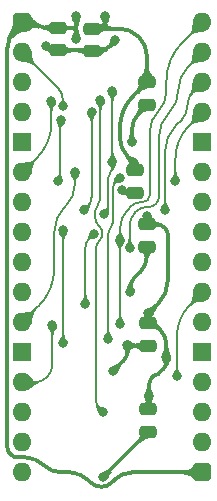
<source format=gbl>
%TF.GenerationSoftware,KiCad,Pcbnew,9.0.4*%
%TF.CreationDate,2025-09-19T17:19:58+02:00*%
%TF.ProjectId,Processor Small Device,50726f63-6573-4736-9f72-20536d616c6c,V0*%
%TF.SameCoordinates,Original*%
%TF.FileFunction,Copper,L2,Bot*%
%TF.FilePolarity,Positive*%
%FSLAX46Y46*%
G04 Gerber Fmt 4.6, Leading zero omitted, Abs format (unit mm)*
G04 Created by KiCad (PCBNEW 9.0.4) date 2025-09-19 17:19:58*
%MOMM*%
%LPD*%
G01*
G04 APERTURE LIST*
G04 Aperture macros list*
%AMRoundRect*
0 Rectangle with rounded corners*
0 $1 Rounding radius*
0 $2 $3 $4 $5 $6 $7 $8 $9 X,Y pos of 4 corners*
0 Add a 4 corners polygon primitive as box body*
4,1,4,$2,$3,$4,$5,$6,$7,$8,$9,$2,$3,0*
0 Add four circle primitives for the rounded corners*
1,1,$1+$1,$2,$3*
1,1,$1+$1,$4,$5*
1,1,$1+$1,$6,$7*
1,1,$1+$1,$8,$9*
0 Add four rect primitives between the rounded corners*
20,1,$1+$1,$2,$3,$4,$5,0*
20,1,$1+$1,$4,$5,$6,$7,0*
20,1,$1+$1,$6,$7,$8,$9,0*
20,1,$1+$1,$8,$9,$2,$3,0*%
G04 Aperture macros list end*
%TA.AperFunction,ComponentPad*%
%ADD10RoundRect,0.400000X-0.400000X-0.400000X0.400000X-0.400000X0.400000X0.400000X-0.400000X0.400000X0*%
%TD*%
%TA.AperFunction,ComponentPad*%
%ADD11O,1.600000X1.600000*%
%TD*%
%TA.AperFunction,ComponentPad*%
%ADD12R,1.600000X1.600000*%
%TD*%
%TA.AperFunction,SMDPad,CuDef*%
%ADD13RoundRect,0.250000X-0.475000X0.250000X-0.475000X-0.250000X0.475000X-0.250000X0.475000X0.250000X0*%
%TD*%
%TA.AperFunction,ViaPad*%
%ADD14C,0.800000*%
%TD*%
%TA.AperFunction,Conductor*%
%ADD15C,0.380000*%
%TD*%
%TA.AperFunction,Conductor*%
%ADD16C,0.200000*%
%TD*%
G04 APERTURE END LIST*
D10*
%TO.P,J1,1,Pin_1*%
%TO.N,5V*%
X0Y0D03*
D11*
%TO.P,J1,2,Pin_2*%
%TO.N,~{Device Select}*%
X0Y-2540000D03*
%TO.P,J1,3,Pin_3*%
%TO.N,A0*%
X0Y-5080000D03*
%TO.P,J1,4,Pin_4*%
%TO.N,A1*%
X0Y-7620000D03*
D12*
%TO.P,J1,5,Pin_5*%
%TO.N,GND*%
X0Y-10160000D03*
D11*
%TO.P,J1,6,Pin_6*%
%TO.N,A2*%
X0Y-12700000D03*
%TO.P,J1,7,Pin_7*%
%TO.N,A3*%
X0Y-15240000D03*
%TO.P,J1,8,Pin_8*%
%TO.N,A4*%
X0Y-17780000D03*
%TO.P,J1,9,Pin_9*%
%TO.N,unconnected-(J1-Pin_9-Pad9)*%
X0Y-20320000D03*
%TO.P,J1,10,Pin_10*%
%TO.N,~{RD}*%
X0Y-22860000D03*
%TO.P,J1,11,Pin_11*%
%TO.N,~{WD}*%
X0Y-25400000D03*
D12*
%TO.P,J1,12,Pin_12*%
%TO.N,GND*%
X0Y-27940000D03*
D11*
%TO.P,J1,13,Pin_13*%
%TO.N,~{Device Reset}*%
X0Y-30480000D03*
%TO.P,J1,14,Pin_14*%
%TO.N,unconnected-(J1-Pin_14-Pad14)*%
X0Y-33020000D03*
%TO.P,J1,15,Pin_15*%
%TO.N,unconnected-(J1-Pin_15-Pad15)*%
X0Y-35560000D03*
%TO.P,J1,16,Pin_16*%
%TO.N,unconnected-(J1-Pin_16-Pad16)*%
X0Y-38100000D03*
D10*
%TO.P,J1,17,Pin_17*%
%TO.N,5V*%
X15240000Y-38100000D03*
D11*
%TO.P,J1,18,Pin_18*%
%TO.N,H2*%
X15240000Y-35560000D03*
%TO.P,J1,19,Pin_19*%
%TO.N,H1*%
X15240000Y-33020000D03*
%TO.P,J1,20,Pin_20*%
%TO.N,H0*%
X15240000Y-30480000D03*
D12*
%TO.P,J1,21,Pin_21*%
%TO.N,GND*%
X15240000Y-27940000D03*
D11*
%TO.P,J1,22,Pin_22*%
%TO.N,unconnected-(J1-Pin_22-Pad22)*%
X15240000Y-25400000D03*
%TO.P,J1,23,Pin_23*%
%TO.N,~{MPU0 IRQ_{out}}*%
X15240000Y-22860000D03*
%TO.P,J1,24,Pin_24*%
%TO.N,D7*%
X15240000Y-20320000D03*
%TO.P,J1,25,Pin_25*%
%TO.N,D6*%
X15240000Y-17780000D03*
%TO.P,J1,26,Pin_26*%
%TO.N,D5*%
X15240000Y-15240000D03*
%TO.P,J1,27,Pin_27*%
%TO.N,D4*%
X15240000Y-12700000D03*
D12*
%TO.P,J1,28,Pin_28*%
%TO.N,GND*%
X15240000Y-10160000D03*
D11*
%TO.P,J1,29,Pin_29*%
%TO.N,D3*%
X15240000Y-7620000D03*
%TO.P,J1,30,Pin_30*%
%TO.N,D2*%
X15240000Y-5080000D03*
%TO.P,J1,31,Pin_31*%
%TO.N,D1*%
X15240000Y-2540000D03*
%TO.P,J1,32,Pin_32*%
%TO.N,D0*%
X15240000Y0D03*
%TD*%
D13*
%TO.P,C14,1*%
%TO.N,/3.3V*%
X10541000Y-17100000D03*
%TO.P,C14,2*%
%TO.N,GND*%
X10541000Y-19000000D03*
%TD*%
%TO.P,C2,1*%
%TO.N,/3.3V*%
X10668000Y-32766000D03*
%TO.P,C2,2*%
%TO.N,GND*%
X10668000Y-34666000D03*
%TD*%
%TO.P,C16,1*%
%TO.N,/3.3V*%
X10541000Y-5067800D03*
%TO.P,C16,2*%
%TO.N,GND*%
X10541000Y-6967800D03*
%TD*%
%TO.P,C10,1*%
%TO.N,5V*%
X3006000Y-458000D03*
%TO.P,C10,2*%
%TO.N,GND*%
X3006000Y-2358000D03*
%TD*%
%TO.P,C11,1*%
%TO.N,/3.3V*%
X5927000Y-524000D03*
%TO.P,C11,2*%
%TO.N,GND*%
X5927000Y-2424000D03*
%TD*%
%TO.P,C15,1*%
%TO.N,/3.3V*%
X9525000Y-12528000D03*
%TO.P,C15,2*%
%TO.N,GND*%
X9525000Y-14428000D03*
%TD*%
%TO.P,C1,1*%
%TO.N,/3.3V*%
X10668000Y-25482000D03*
%TO.P,C1,2*%
%TO.N,GND*%
X10668000Y-27382000D03*
%TD*%
D14*
%TO.N,/3.3V*%
X6985000Y508000D03*
%TO.N,GND*%
X9271000Y-10160000D03*
%TO.N,/3.3V*%
X10541000Y-16383000D03*
X12192000Y-28321000D03*
X10668000Y-24638000D03*
%TO.N,D0*%
X8267000Y-25527000D03*
%TO.N,/MPU0 IRQ_{out}*%
X3453762Y-27178000D03*
X3453762Y-17597922D03*
%TO.N,GND*%
X8392998Y-14224000D03*
%TO.N,~{WD}*%
X4445000Y-12700000D03*
%TO.N,GND*%
X8890000Y-27317537D03*
X7683500Y-29527500D03*
%TO.N,~{RD}*%
X6019438Y-17911430D03*
X5334000Y-23876000D03*
%TO.N,GND*%
X9144000Y-22860000D03*
%TO.N,/~{Y0}*%
X6892998Y-16256000D03*
%TO.N,/3.3V*%
X9468000Y-11881000D03*
X10541000Y-4572000D03*
%TO.N,/~{Y0}*%
X7620000Y-11811000D03*
X7620000Y-5842000D03*
%TO.N,~{Device Select}*%
X6604000Y-6604000D03*
X6794500Y-32956500D03*
%TO.N,/3.3V*%
X10702000Y-31623000D03*
%TO.N,GND*%
X6858000Y-38481000D03*
%TO.N,~{Device Reset}*%
X2540000Y-25654000D03*
%TO.N,~{MPU0 IRQ_{out}}*%
X13081000Y-29972000D03*
%TO.N,/Y0\u2022WD*%
X8230300Y-13160510D03*
X7239000Y-26797000D03*
%TO.N,GND*%
X7874000Y-1524000D03*
X2032000Y-2000998D03*
%TO.N,5V*%
X4572000Y-1397000D03*
X4572000Y508000D03*
%TO.N,D3*%
X12954000Y-13462000D03*
%TO.N,D0*%
X8267000Y-18427700D03*
%TO.N,D1*%
X9075063Y-19098177D03*
%TO.N,D2*%
X12065000Y-15875000D03*
%TO.N,/~{A3}*%
X3302000Y-8255000D03*
X3046199Y-13470000D03*
%TO.N,~{Device Select}*%
X3416729Y-7106851D03*
%TO.N,A2*%
X2451669Y-6693133D03*
%TO.N,A4*%
X5207000Y-15875000D03*
X5854000Y-7569841D03*
%TD*%
D15*
%TO.N,5V*%
X7586674Y-38940265D02*
G75*
G02*
X6667500Y-39321002I-919174J919165D01*
G01*
X1295000Y-229000D02*
G75*
G03*
X1847854Y-458002I552860J552860D01*
G01*
X-1016000Y-36576000D02*
G75*
G03*
X-402789Y-36830000I613214J613220D01*
G01*
X1778000Y-37465000D02*
G75*
G03*
X244974Y-36830000I-1533027J-1533028D01*
G01*
X5518560Y-38710500D02*
G75*
G03*
X4044682Y-38100003I-1473870J-1473870D01*
G01*
X3912000Y-483000D02*
G75*
G03*
X3972355Y-508018I60400J60400D01*
G01*
X-634999Y-634999D02*
G75*
G03*
X-1270002Y-2168025I1533029J-1533031D01*
G01*
X5748325Y-38940265D02*
G75*
G03*
X6667500Y-39321003I919175J919165D01*
G01*
X4254500Y-508000D02*
G75*
G03*
X4572000Y-190500I0J317500D01*
G01*
X4572000Y-825500D02*
G75*
G03*
X4254500Y-508000I-317500J0D01*
G01*
X9290317Y-38100000D02*
G75*
G03*
X7816427Y-38710487I-17J-2084400D01*
G01*
X1778000Y-37465000D02*
G75*
G03*
X3311025Y-38100002I1533030J1533030D01*
G01*
X1295000Y-229000D02*
G75*
G03*
X742145Y2I-552860J-552860D01*
G01*
X-1270000Y-35962789D02*
G75*
G03*
X-1016000Y-36576000I867220J3D01*
G01*
X3912000Y-483000D02*
G75*
G03*
X3851644Y-457982I-60400J-60400D01*
G01*
X4572000Y-190500D02*
X4572000Y-825500D01*
%TO.N,GND*%
X8890000Y-27819268D02*
G75*
G02*
X8535224Y-28675779I-1211290J-2D01*
G01*
X6859767Y-38474232D02*
G75*
G03*
X6857989Y-38478500I4233J-4268D01*
G01*
X8494998Y-14326000D02*
G75*
G03*
X8741247Y-14427981I246202J246200D01*
G01*
X7344170Y-2053829D02*
G75*
G02*
X6450500Y-2423982I-893670J893729D01*
G01*
X2210501Y-2179499D02*
G75*
G03*
X2641440Y-2358000I430939J430939D01*
G01*
X9906000Y-7602800D02*
G75*
G03*
X9271011Y-9135825I1533000J-1533000D01*
G01*
X9458308Y-21656690D02*
G75*
G03*
X9143993Y-22415500I758792J-758810D01*
G01*
X8922231Y-27349768D02*
G75*
G03*
X9000045Y-27381981I77769J77768D01*
G01*
X10541000Y-19787000D02*
G75*
G02*
X9984509Y-21130496I-1900000J0D01*
G01*
%TO.N,/3.3V*%
X8255000Y-9810279D02*
G75*
G03*
X8861500Y-11274500I2070720J-1D01*
G01*
X9397999Y-6210799D02*
G75*
G03*
X8255001Y-8970246I2759441J-2759441D01*
G01*
X6469000Y-524000D02*
G75*
G03*
X6985000Y-8000I0J516000D01*
G01*
X6985000Y-8000D02*
G75*
G03*
X7501000Y-524000I516000J0D01*
G01*
X12042500Y-17376500D02*
G75*
G02*
X12318988Y-18044030I-667500J-667500D01*
G01*
X9850500Y-1214500D02*
G75*
G03*
X8183485Y-524006I-1667000J-1667000D01*
G01*
X10541000Y-16741500D02*
G75*
G03*
X10899500Y-17100000I358500J0D01*
G01*
X11519802Y-29755197D02*
G75*
G02*
X11303000Y-29845001I-216802J216797D01*
G01*
X11303000Y-29845000D02*
G75*
G03*
X11086199Y-29934804I0J-306600D01*
G01*
X9850500Y-1214500D02*
G75*
G02*
X10540994Y-2881514I-1667000J-1667000D01*
G01*
X12319000Y-21819566D02*
G75*
G02*
X11493498Y-23812498I-2818440J6D01*
G01*
X10939000Y-30082000D02*
G75*
G03*
X10701987Y-30654168I572200J-572200D01*
G01*
X12192000Y-28702000D02*
G75*
G02*
X11922589Y-29352404I-919800J0D01*
G01*
X9496500Y-11909500D02*
G75*
G02*
X9524998Y-11978305I-68800J-68800D01*
G01*
X11661500Y-26012500D02*
G75*
G02*
X12191983Y-27293240I-1280700J-1280700D01*
G01*
X12042500Y-17376500D02*
G75*
G03*
X11374969Y-17100012I-667500J-667500D01*
G01*
X10685000Y-31640000D02*
G75*
G03*
X10668017Y-31681041I41000J-41000D01*
G01*
X7501000Y-524000D02*
X6469000Y-524000D01*
D16*
%TO.N,~{Device Reset}*%
X2095500Y-30035500D02*
G75*
G02*
X1022382Y-30480001I-1073120J1073120D01*
G01*
X2540000Y-28962382D02*
G75*
G02*
X2095499Y-30035499I-1517620J2D01*
G01*
%TO.N,/Y0\u2022WD*%
X7642998Y-16963332D02*
G75*
G02*
X7440998Y-17451000I-689668J2D01*
G01*
X7440999Y-17451001D02*
G75*
G03*
X7238988Y-17938669I487701J-487699D01*
G01*
X7936649Y-13454161D02*
G75*
G03*
X7643000Y-14163097I708951J-708939D01*
G01*
%TO.N,~{WD}*%
X2703762Y-20784389D02*
G75*
G02*
X1351881Y-24048119I-4615618J3D01*
G01*
X3574380Y-15602618D02*
G75*
G03*
X2703760Y-17704479I2101860J-2101862D01*
G01*
X4445000Y-13716000D02*
G75*
G02*
X3726581Y-15450422I-2452850J0D01*
G01*
%TO.N,~{MPU0 IRQ_{out}}*%
X14160500Y-23939500D02*
G75*
G03*
X13081018Y-26545643I2606100J-2606100D01*
G01*
%TO.N,A4*%
X5854000Y-14770501D02*
G75*
G02*
X5530499Y-15551499I-1104500J1D01*
G01*
%TO.N,/~{Y0}*%
X7620000Y-12302178D02*
G75*
G02*
X7429509Y-12762095I-650400J-22D01*
G01*
X7239000Y-15665337D02*
G75*
G02*
X7065997Y-16082997I-590670J7D01*
G01*
X7429500Y-12762086D02*
G75*
G03*
X7238993Y-13221993I459900J-459914D01*
G01*
%TO.N,A2*%
X2451669Y-8514739D02*
G75*
G02*
X1225834Y-11474165I-4185273J6D01*
G01*
%TO.N,~{Device Select}*%
X6142998Y-16444059D02*
G75*
G03*
X6456251Y-17200316I1069502J-1D01*
G01*
X6373499Y-15470501D02*
G75*
G03*
X6142990Y-16026979I556501J-556499D01*
G01*
X6496250Y-18495277D02*
G75*
G03*
X6222962Y-19154964I659650J-659723D01*
G01*
X6604000Y-14914022D02*
G75*
G02*
X6373492Y-15470494I-787000J22D01*
G01*
X6223000Y-31980888D02*
G75*
G03*
X6508747Y-32670753I975600J-12D01*
G01*
X6519024Y-17263091D02*
G75*
G02*
X6769498Y-17867798I-604724J-604709D01*
G01*
X3010099Y-5550099D02*
G75*
G02*
X3416733Y-6531790I-981699J-981701D01*
G01*
X6769502Y-17867798D02*
G75*
G02*
X6519029Y-18472509I-855202J-2D01*
G01*
%TO.N,/~{A3}*%
X3238500Y-8318500D02*
G75*
G03*
X3175001Y-8471802I153300J-153300D01*
G01*
X3175000Y-13250122D02*
G75*
G02*
X3110593Y-13405593I-219900J22D01*
G01*
%TO.N,~{RD}*%
X5676719Y-18254149D02*
G75*
G03*
X5334028Y-19081545I827381J-827351D01*
G01*
%TO.N,D2*%
X14463914Y-5856085D02*
G75*
G03*
X13969991Y-7048500I1192386J-1192415D01*
G01*
X13017499Y-8699499D02*
G75*
G03*
X12065014Y-10999038I2299501J-2299501D01*
G01*
X13970000Y-7048500D02*
G75*
G02*
X13476080Y-8240909I-1686300J0D01*
G01*
%TO.N,D1*%
X11302000Y-15368000D02*
G75*
G02*
X10662233Y-15633014I-639800J639800D01*
G01*
X13208000Y-5715000D02*
G75*
G02*
X12399788Y-7666235I-2759500J0D01*
G01*
X14016223Y-3763776D02*
G75*
G03*
X13207986Y-5715000I1951177J-1951224D01*
G01*
X10517834Y-15633000D02*
G75*
G03*
X9631541Y-16000083I-34J-1253400D01*
G01*
X9536866Y-16094803D02*
G75*
G03*
X9075042Y-17209694I1114834J-1114897D01*
G01*
X11567000Y-14728233D02*
G75*
G02*
X11301990Y-15367990I-904800J33D01*
G01*
X12387500Y-7678500D02*
G75*
G03*
X11566984Y-9659362I1980900J-1980900D01*
G01*
%TO.N,D0*%
X8899499Y-15865499D02*
G75*
G03*
X8266994Y-17392490I1527001J-1527001D01*
G01*
X11493500Y-7526460D02*
G75*
G03*
X10794983Y-9212788I1686300J-1686340D01*
G01*
X13528417Y-1711582D02*
G75*
G03*
X12191981Y-4937980I3226383J-3226418D01*
G01*
X9976500Y-15233000D02*
G75*
G03*
X9217695Y-15547312I0J-1073100D01*
G01*
X12192000Y-5840131D02*
G75*
G02*
X11493502Y-7526462I-2384840J1D01*
G01*
X10608000Y-15046000D02*
G75*
G02*
X10156542Y-15233017I-451500J451500D01*
G01*
X10795000Y-14594542D02*
G75*
G02*
X10607988Y-15045988I-638500J42D01*
G01*
%TO.N,D3*%
X14097000Y-8763000D02*
G75*
G03*
X12954003Y-11522446I2759440J-2759440D01*
G01*
D15*
%TO.N,/3.3V*%
X11493500Y-23812500D02*
X10668000Y-24638000D01*
X12319000Y-18044030D02*
X12319000Y-21819566D01*
X10899500Y-17100000D02*
X11374969Y-17100000D01*
D16*
%TO.N,D2*%
X14463914Y-5856085D02*
X15240000Y-5080000D01*
X13017499Y-8699499D02*
X13476085Y-8240914D01*
X12065000Y-10999038D02*
X12065000Y-15875000D01*
%TO.N,D3*%
X12954000Y-13462000D02*
X12954000Y-11522446D01*
X14097000Y-8763000D02*
X15240000Y-7620000D01*
D15*
%TO.N,/3.3V*%
X8255000Y-9810279D02*
X8255000Y-8970246D01*
X9397999Y-6210799D02*
X10365708Y-5243091D01*
X8861500Y-11274500D02*
X9468000Y-11881000D01*
X6985000Y-8000D02*
X6985000Y508000D01*
X7501000Y-524000D02*
X8183485Y-524000D01*
X10541000Y-4572000D02*
X10541000Y-2881514D01*
X6469000Y-524000D02*
X5927000Y-524000D01*
%TO.N,GND*%
X9906000Y-7602800D02*
X10541000Y-6967800D01*
X9271000Y-10160000D02*
X9271000Y-9135825D01*
D16*
%TO.N,D1*%
X10662233Y-15633000D02*
X10517834Y-15633000D01*
X12399776Y-7666223D02*
X12387500Y-7678500D01*
X9631563Y-16000105D02*
X9536866Y-16094803D01*
X14016223Y-3763776D02*
X15240000Y-2540000D01*
X11567000Y-14728233D02*
X11567000Y-9659362D01*
X9075063Y-19098177D02*
X9075063Y-17209694D01*
%TO.N,D0*%
X13528417Y-1711582D02*
X15240000Y0D01*
X10795000Y-9212788D02*
X10795000Y-14594542D01*
X12192000Y-4937980D02*
X12192000Y-5840131D01*
X9976500Y-15233000D02*
X10156542Y-15233000D01*
X8899499Y-15865499D02*
X9217691Y-15547308D01*
X8267000Y-17392490D02*
X8267000Y-18427700D01*
D15*
%TO.N,/3.3V*%
X10541000Y-16741500D02*
X10541000Y-16383000D01*
%TO.N,GND*%
X9144000Y-22415500D02*
X9144000Y-22860000D01*
X9458308Y-21656690D02*
X9984506Y-21130493D01*
X10541000Y-19787000D02*
X10541000Y-19000000D01*
%TO.N,/3.3V*%
X11519802Y-29755197D02*
X11922592Y-29352407D01*
X12192000Y-28702000D02*
X12192000Y-28321000D01*
X11086197Y-29934802D02*
X10939000Y-30082000D01*
X10702000Y-31623000D02*
X10702000Y-30654168D01*
X12192000Y-27293240D02*
X12192000Y-28321000D01*
X11661500Y-26012500D02*
X11131000Y-25482000D01*
D16*
%TO.N,~{MPU0 IRQ_{out}}*%
X14160500Y-23939500D02*
X15240000Y-22860000D01*
X13081000Y-26545643D02*
X13081000Y-29972000D01*
D15*
%TO.N,GND*%
X8890000Y-27819268D02*
X8890000Y-27317537D01*
X8535222Y-28675777D02*
X7683500Y-29527500D01*
X8890000Y-27317537D02*
X8922231Y-27349768D01*
X9000045Y-27382000D02*
X10668000Y-27382000D01*
%TO.N,/3.3V*%
X10668000Y-24638000D02*
X10668000Y-25482000D01*
D16*
%TO.N,D0*%
X8267000Y-18427700D02*
X8267000Y-25527000D01*
%TO.N,/~{A3}*%
X3110599Y-13405599D02*
X3046199Y-13470000D01*
X3238500Y-8318500D02*
X3302000Y-8255000D01*
X3175000Y-8471802D02*
X3175000Y-13250122D01*
%TO.N,/MPU0 IRQ_{out}*%
X3453762Y-27178000D02*
X3453762Y-17597922D01*
%TO.N,~{WD}*%
X4445000Y-12700000D02*
X4445000Y-13716000D01*
X2703762Y-20784389D02*
X2703762Y-17704479D01*
X1351881Y-24048119D02*
X0Y-25400000D01*
X3574380Y-15602618D02*
X3726579Y-15450420D01*
D15*
%TO.N,GND*%
X8392998Y-14224000D02*
X8494998Y-14326000D01*
X8741247Y-14428000D02*
X9525000Y-14428000D01*
D16*
%TO.N,/Y0\u2022WD*%
X8230300Y-13160510D02*
X7936649Y-13454161D01*
X7642998Y-16963332D02*
X7642998Y-14163097D01*
X7239000Y-17938669D02*
X7239000Y-26797000D01*
%TO.N,~{Device Select}*%
X6456250Y-17200317D02*
X6519024Y-17263091D01*
X6496250Y-18495277D02*
X6519024Y-18472504D01*
X6604000Y-6604000D02*
X6604000Y-14914022D01*
X6223000Y-19154964D02*
X6223000Y-31980888D01*
X6794500Y-32956500D02*
X6508750Y-32670750D01*
X6142998Y-16444059D02*
X6142998Y-16026979D01*
%TO.N,A4*%
X5854000Y-14770501D02*
X5854000Y-7569841D01*
X5530500Y-15551500D02*
X5207000Y-15875000D01*
%TO.N,/~{Y0}*%
X7065999Y-16082999D02*
X6892998Y-16256000D01*
X7239000Y-15665337D02*
X7239000Y-13221993D01*
X7620000Y-12302178D02*
X7620000Y-11811000D01*
D15*
%TO.N,/3.3V*%
X10702000Y-31623000D02*
X10685000Y-31640000D01*
X10668000Y-31681041D02*
X10668000Y-32766000D01*
D16*
%TO.N,~{RD}*%
X6019438Y-17911430D02*
X5676719Y-18254149D01*
X5334000Y-19081545D02*
X5334000Y-23876000D01*
D15*
%TO.N,/3.3V*%
X9468000Y-11881000D02*
X9496500Y-11909500D01*
X9525000Y-11978305D02*
X9525000Y-12528000D01*
X10541000Y-4572000D02*
X10541000Y-4819900D01*
D16*
%TO.N,/~{Y0}*%
X7620000Y-5842000D02*
X7620000Y-11811000D01*
D15*
%TO.N,GND*%
X6859767Y-38474232D02*
X10668000Y-34666000D01*
%TO.N,5V*%
X-634999Y-634999D02*
X0Y0D01*
X-1270000Y-2168025D02*
X-1270000Y-35962789D01*
X-402789Y-36830000D02*
X244974Y-36830000D01*
%TO.N,GND*%
X6858000Y-38478500D02*
X6858000Y-38481000D01*
%TO.N,5V*%
X4044682Y-38100000D02*
X3311025Y-38100000D01*
X5518560Y-38710500D02*
X5748325Y-38940265D01*
X7586674Y-38940265D02*
X7816440Y-38710500D01*
X9290317Y-38100000D02*
X15240000Y-38100000D01*
D16*
%TO.N,~{Device Reset}*%
X1022382Y-30480000D02*
X0Y-30480000D01*
X2540000Y-28962382D02*
X2540000Y-25654000D01*
D15*
%TO.N,GND*%
X3314499Y-2358000D02*
X5861000Y-2358000D01*
X7344170Y-2053829D02*
X7874000Y-1524000D01*
X2032000Y-2000998D02*
X2210501Y-2179499D01*
%TO.N,5V*%
X4572000Y-1397000D02*
X4572000Y-825500D01*
X4572000Y508000D02*
X4572000Y-190500D01*
X1847854Y-458000D02*
X2565500Y-458000D01*
X3972355Y-508000D02*
X4254500Y-508000D01*
X3446500Y-458000D02*
X3851644Y-458000D01*
X742145Y0D02*
X0Y0D01*
D16*
%TO.N,~{Device Select}*%
X3010099Y-5550099D02*
X0Y-2540000D01*
X3416729Y-7106851D02*
X3416729Y-6531790D01*
%TO.N,A2*%
X1225834Y-11474165D02*
X0Y-12700000D01*
X2451669Y-8514739D02*
X2451669Y-6693133D01*
%TD*%
%TA.AperFunction,Conductor*%
%TO.N,5V*%
G36*
X-783950Y280357D02*
G01*
X-4192Y2552D01*
X2446Y-3447D01*
X214847Y-453140D01*
X370131Y-781906D01*
X370566Y-790850D01*
X364549Y-797482D01*
X358718Y-798573D01*
X303530Y-794629D01*
X303517Y-794628D01*
X191283Y-796685D01*
X191269Y-796686D01*
X78895Y-809785D01*
X78886Y-809786D01*
X-44269Y-835836D01*
X-44290Y-835842D01*
X-165247Y-872685D01*
X-292667Y-923282D01*
X-292679Y-923288D01*
X-414484Y-983159D01*
X-414516Y-983177D01*
X-533214Y-1053143D01*
X-533227Y-1053151D01*
X-642477Y-1129184D01*
X-642489Y-1129193D01*
X-820392Y-1285995D01*
X-820393Y-1285996D01*
X-928867Y-1421626D01*
X-936709Y-1425946D01*
X-942480Y-1425127D01*
X-1273010Y-1288215D01*
X-1279342Y-1281883D01*
X-1279342Y-1272929D01*
X-1278623Y-1271485D01*
X-1195911Y-1130702D01*
X-1195907Y-1130694D01*
X-1195900Y-1130682D01*
X-1031640Y-791139D01*
X-1031627Y-791107D01*
X-905384Y-453140D01*
X-905383Y-453137D01*
X-827698Y-155914D01*
X-795089Y89813D01*
X-799573Y269043D01*
X-796354Y277400D01*
X-788170Y281032D01*
X-783950Y280357D01*
G37*
%TD.AperFunction*%
%TD*%
%TA.AperFunction,Conductor*%
%TO.N,5V*%
G36*
X707489Y634939D02*
G01*
X710226Y629848D01*
X723309Y577201D01*
X723310Y577199D01*
X758339Y498103D01*
X758345Y498090D01*
X807429Y418767D01*
X807433Y418762D01*
X887137Y318220D01*
X981358Y220425D01*
X1118874Y99345D01*
X1118887Y99335D01*
X1237291Y9111D01*
X1262336Y-9973D01*
X1262356Y-9986D01*
X1262368Y-9995D01*
X1417332Y-113883D01*
X1542103Y-187062D01*
X1547506Y-194202D01*
X1546993Y-201630D01*
X1409863Y-532690D01*
X1403531Y-539022D01*
X1394791Y-539109D01*
X1365393Y-527606D01*
X1295499Y-500258D01*
X1295495Y-500257D01*
X1295492Y-500256D01*
X1118379Y-469388D01*
X948515Y-473560D01*
X948511Y-473560D01*
X805783Y-508704D01*
X693374Y-569922D01*
X693371Y-569924D01*
X609374Y-655817D01*
X577712Y-708729D01*
X561032Y-749904D01*
X554749Y-756285D01*
X545795Y-756355D01*
X540691Y-752344D01*
X5140Y-8045D01*
X3091Y670D01*
X6724Y7403D01*
X690958Y635644D01*
X699370Y638715D01*
X707489Y634939D01*
G37*
%TD.AperFunction*%
%TD*%
%TA.AperFunction,Conductor*%
%TO.N,GND*%
G36*
X8624269Y-13898932D02*
G01*
X8625187Y-13899616D01*
X8733582Y-13988885D01*
X8734970Y-13990236D01*
X8813392Y-14080360D01*
X8813403Y-14080372D01*
X8813411Y-14080381D01*
X8899694Y-14173207D01*
X8939052Y-14199310D01*
X8939057Y-14199312D01*
X8939060Y-14199314D01*
X8939062Y-14199315D01*
X8986817Y-14219307D01*
X8986822Y-14219309D01*
X8986823Y-14219309D01*
X8986825Y-14219310D01*
X9051407Y-14233164D01*
X9122165Y-14237348D01*
X9130219Y-14241258D01*
X9133172Y-14249028D01*
X9133172Y-14606702D01*
X9129745Y-14614975D01*
X9121882Y-14618395D01*
X8938115Y-14624831D01*
X8797238Y-14638864D01*
X8767820Y-14642230D01*
X8767096Y-14642290D01*
X8586447Y-14651667D01*
X8584869Y-14651643D01*
X8468526Y-14641949D01*
X8467569Y-14641829D01*
X8326832Y-14618298D01*
X8319237Y-14613554D01*
X8317221Y-14604829D01*
X8317267Y-14604574D01*
X8391544Y-14226308D01*
X8393308Y-14222047D01*
X8608034Y-13902126D01*
X8615490Y-13897167D01*
X8624269Y-13898932D01*
G37*
%TD.AperFunction*%
%TD*%
%TA.AperFunction,Conductor*%
%TO.N,GND*%
G36*
X6501845Y-1954812D02*
G01*
X6503735Y-1957942D01*
X6511022Y-1975862D01*
X6511024Y-1975865D01*
X6511025Y-1975867D01*
X6538582Y-2019639D01*
X6538584Y-2019641D01*
X6538586Y-2019644D01*
X6572930Y-2054166D01*
X6622189Y-2084999D01*
X6677361Y-2104880D01*
X6677363Y-2104880D01*
X6677366Y-2104881D01*
X6758373Y-2117180D01*
X6758380Y-2117180D01*
X6758382Y-2117181D01*
X6758382Y-2117180D01*
X6758383Y-2117181D01*
X6785678Y-2116740D01*
X6840271Y-2115858D01*
X6934223Y-2101299D01*
X7001180Y-2081904D01*
X7010078Y-2082894D01*
X7013897Y-2086263D01*
X7175760Y-2309060D01*
X7223555Y-2374848D01*
X7225645Y-2383556D01*
X7220966Y-2391191D01*
X7218397Y-2392603D01*
X7029118Y-2467563D01*
X7029109Y-2467567D01*
X6829466Y-2568076D01*
X6829462Y-2568078D01*
X6698864Y-2661371D01*
X6626072Y-2745431D01*
X6601856Y-2810422D01*
X6595756Y-2816978D01*
X6586807Y-2817301D01*
X6584911Y-2816393D01*
X5940324Y-2432993D01*
X5934965Y-2425818D01*
X5936249Y-2416956D01*
X5938763Y-2413992D01*
X6485360Y-1953403D01*
X6493893Y-1950693D01*
X6501845Y-1954812D01*
G37*
%TD.AperFunction*%
%TD*%
%TA.AperFunction,Conductor*%
%TO.N,GND*%
G36*
X2539067Y-1866670D02*
G01*
X2540322Y-1867812D01*
X2994485Y-2345843D01*
X2997699Y-2354201D01*
X2994062Y-2362384D01*
X2990069Y-2364873D01*
X2298230Y-2621288D01*
X2289282Y-2620950D01*
X2283193Y-2614383D01*
X2282583Y-2611981D01*
X2276246Y-2567874D01*
X2253931Y-2510147D01*
X2178208Y-2398780D01*
X2078784Y-2296058D01*
X1976975Y-2205824D01*
X1976969Y-2205811D01*
X1976966Y-2205816D01*
X1906928Y-2143591D01*
X1903020Y-2135535D01*
X1905953Y-2127074D01*
X1906410Y-2126589D01*
X2158930Y-1874069D01*
X2167202Y-1870643D01*
X2174530Y-1873223D01*
X2221374Y-1910875D01*
X2307521Y-1952749D01*
X2386836Y-1960338D01*
X2460528Y-1932452D01*
X2496591Y-1901808D01*
X2522640Y-1868643D01*
X2530444Y-1864255D01*
X2539067Y-1866670D01*
G37*
%TD.AperFunction*%
%TD*%
%TA.AperFunction,Conductor*%
%TO.N,GND*%
G36*
X2369776Y-1789371D02*
G01*
X2370508Y-1790633D01*
X2418212Y-1886225D01*
X2418985Y-1888207D01*
X2447287Y-1986343D01*
X2447376Y-1986670D01*
X2457054Y-2024283D01*
X2457057Y-2024295D01*
X2488272Y-2101914D01*
X2488275Y-2101917D01*
X2538852Y-2147439D01*
X2538856Y-2147442D01*
X2582896Y-2162087D01*
X2583050Y-2162139D01*
X2631435Y-2166924D01*
X2639330Y-2171148D01*
X2641981Y-2178764D01*
X2635963Y-2535788D01*
X2632398Y-2544002D01*
X2624068Y-2547289D01*
X2623633Y-2547274D01*
X2502378Y-2540711D01*
X2501239Y-2540593D01*
X2402221Y-2525430D01*
X2400528Y-2525041D01*
X2245497Y-2476993D01*
X2245008Y-2476829D01*
X2178577Y-2452981D01*
X1964551Y-2396124D01*
X1957435Y-2390688D01*
X1956074Y-2382564D01*
X2030062Y-2005762D01*
X2035018Y-1998305D01*
X2353554Y-1786119D01*
X2362338Y-1784385D01*
X2369776Y-1789371D01*
G37*
%TD.AperFunction*%
%TD*%
%TA.AperFunction,Conductor*%
%TO.N,/3.3V*%
G36*
X6408185Y-34479D02*
G01*
X6410028Y-36724D01*
X6433915Y-74583D01*
X6433919Y-74589D01*
X6470052Y-114588D01*
X6470053Y-114589D01*
X6507852Y-142134D01*
X6552006Y-160204D01*
X6581415Y-164135D01*
X6596119Y-166101D01*
X6596119Y-166100D01*
X6596120Y-166101D01*
X6626080Y-162289D01*
X6651890Y-159007D01*
X6651891Y-159006D01*
X6651897Y-159006D01*
X6651901Y-159004D01*
X6651903Y-159004D01*
X6669882Y-152158D01*
X6702942Y-139571D01*
X6751475Y-108956D01*
X6751479Y-108951D01*
X6751481Y-108951D01*
X6782323Y-80036D01*
X6790702Y-76877D01*
X6792924Y-77163D01*
X7137215Y-155746D01*
X7144518Y-160927D01*
X7146018Y-169755D01*
X7143062Y-175243D01*
X7006571Y-317800D01*
X7006457Y-317918D01*
X6904549Y-421408D01*
X6904509Y-421450D01*
X6742879Y-602095D01*
X6742868Y-602110D01*
X6669666Y-713221D01*
X6669663Y-713227D01*
X6654266Y-767664D01*
X6648717Y-774692D01*
X6639823Y-775737D01*
X6639126Y-775516D01*
X5943809Y-530964D01*
X5937142Y-524987D01*
X5936654Y-516045D01*
X5939201Y-511876D01*
X6391646Y-34914D01*
X6399824Y-31271D01*
X6408185Y-34479D01*
G37*
%TD.AperFunction*%
%TD*%
%TA.AperFunction,Conductor*%
%TO.N,/3.3V*%
G36*
X10920742Y-16458533D02*
G01*
X10928187Y-16463509D01*
X10929933Y-16472292D01*
X10929678Y-16473326D01*
X10915162Y-16522404D01*
X10914556Y-16524008D01*
X10888042Y-16581181D01*
X10887381Y-16582409D01*
X10822629Y-16687202D01*
X10822540Y-16687344D01*
X10781664Y-16751429D01*
X10781662Y-16751432D01*
X10781661Y-16751435D01*
X10755387Y-16816109D01*
X10765626Y-16859815D01*
X10792361Y-16881464D01*
X10828089Y-16894973D01*
X10834615Y-16901105D01*
X10835252Y-16908945D01*
X10742814Y-17253932D01*
X10737363Y-17261036D01*
X10728485Y-17262205D01*
X10727967Y-17262054D01*
X10649369Y-17237056D01*
X10648105Y-17236571D01*
X10576939Y-17204474D01*
X10575419Y-17203649D01*
X10519814Y-17167878D01*
X10518235Y-17166658D01*
X10475351Y-17127264D01*
X10473520Y-17125120D01*
X10411410Y-17031495D01*
X10410379Y-17029570D01*
X10362330Y-16915214D01*
X10359734Y-16908945D01*
X10306910Y-16781356D01*
X10306909Y-16781355D01*
X10306907Y-16781349D01*
X10213676Y-16614642D01*
X10212630Y-16605749D01*
X10217369Y-16599218D01*
X10536001Y-16385448D01*
X10544777Y-16383686D01*
X10920742Y-16458533D01*
G37*
%TD.AperFunction*%
%TD*%
%TA.AperFunction,Conductor*%
%TO.N,/3.3V*%
G36*
X12572527Y-28396661D02*
G01*
X12579960Y-28401655D01*
X12581686Y-28410442D01*
X12581619Y-28410753D01*
X12546336Y-28564217D01*
X12546081Y-28565146D01*
X12507964Y-28684797D01*
X12507397Y-28686240D01*
X12419315Y-28872849D01*
X12419082Y-28873314D01*
X12401548Y-28906548D01*
X12401536Y-28906573D01*
X12281503Y-29162574D01*
X12274888Y-29168610D01*
X12266433Y-29168416D01*
X12150887Y-29120554D01*
X11935491Y-29031333D01*
X11929159Y-29025001D01*
X11928775Y-29017118D01*
X11961981Y-28907977D01*
X11961982Y-28907975D01*
X11963693Y-28815741D01*
X11940353Y-28737903D01*
X11901500Y-28661796D01*
X11847005Y-28552850D01*
X11846288Y-28551059D01*
X11803472Y-28411386D01*
X11804323Y-28402474D01*
X11811229Y-28396773D01*
X11812346Y-28396490D01*
X12190074Y-28320541D01*
X12194685Y-28320541D01*
X12572527Y-28396661D01*
G37*
%TD.AperFunction*%
%TD*%
%TA.AperFunction,Conductor*%
%TO.N,/3.3V*%
G36*
X6501253Y-55306D02*
G01*
X6503017Y-58144D01*
X6503176Y-58507D01*
X6529684Y-109277D01*
X6529689Y-109284D01*
X6565847Y-153674D01*
X6565848Y-153675D01*
X6565850Y-153676D01*
X6565852Y-153679D01*
X6622293Y-200792D01*
X6688489Y-239347D01*
X6688499Y-239351D01*
X6688503Y-239353D01*
X6789623Y-279660D01*
X6789622Y-279660D01*
X6789627Y-279661D01*
X6789629Y-279662D01*
X6895945Y-307305D01*
X7035954Y-328163D01*
X7035970Y-328163D01*
X7035972Y-328164D01*
X7093715Y-331068D01*
X7140888Y-333441D01*
X7148978Y-337279D01*
X7152000Y-345126D01*
X7152000Y-702454D01*
X7148573Y-710727D01*
X7140456Y-714153D01*
X7125512Y-714351D01*
X7124979Y-714359D01*
X7124978Y-714359D01*
X7124958Y-714360D01*
X6926503Y-734796D01*
X6926497Y-734797D01*
X6754799Y-780333D01*
X6754798Y-780333D01*
X6628949Y-842695D01*
X6628948Y-842695D01*
X6545323Y-917393D01*
X6504518Y-992386D01*
X6497554Y-998015D01*
X6488649Y-997071D01*
X6486709Y-995747D01*
X5936641Y-532953D01*
X5932516Y-525004D01*
X5935220Y-516468D01*
X5936641Y-515047D01*
X6484769Y-53884D01*
X6493304Y-51181D01*
X6501253Y-55306D01*
G37*
%TD.AperFunction*%
%TD*%
%TA.AperFunction,Conductor*%
%TO.N,/~{Y0}*%
G36*
X7335669Y-15578664D02*
G01*
X7339095Y-15586840D01*
X7339978Y-15693832D01*
X7340591Y-15768119D01*
X7340591Y-15768175D01*
X7341111Y-15921676D01*
X7341075Y-15922629D01*
X7327987Y-16089916D01*
X7327848Y-16091020D01*
X7287371Y-16322270D01*
X7282569Y-16329829D01*
X7273829Y-16331778D01*
X7273592Y-16331734D01*
X6897779Y-16257938D01*
X6890321Y-16252981D01*
X6890296Y-16252944D01*
X6678064Y-15934361D01*
X6676329Y-15925576D01*
X6681314Y-15918137D01*
X6682489Y-15917449D01*
X6799528Y-15857906D01*
X6801347Y-15857168D01*
X6919100Y-15820697D01*
X6999931Y-15796501D01*
X7074498Y-15756732D01*
X7100351Y-15729385D01*
X7120060Y-15693832D01*
X7134132Y-15642073D01*
X7138210Y-15586087D01*
X7142229Y-15578085D01*
X7149879Y-15575237D01*
X7327396Y-15575237D01*
X7335669Y-15578664D01*
G37*
%TD.AperFunction*%
%TD*%
%TA.AperFunction,Conductor*%
%TO.N,/3.3V*%
G36*
X11101831Y-23951330D02*
G01*
X11354757Y-24204256D01*
X11358184Y-24212529D01*
X11355187Y-24220349D01*
X11271362Y-24313637D01*
X11212923Y-24399966D01*
X11175652Y-24478209D01*
X11147966Y-24555368D01*
X11147900Y-24555548D01*
X11100391Y-24681397D01*
X11099658Y-24682973D01*
X11006753Y-24849197D01*
X10999725Y-24854747D01*
X10990832Y-24853702D01*
X10990064Y-24853233D01*
X10669256Y-24640011D01*
X10665988Y-24636743D01*
X10560615Y-24478202D01*
X10452745Y-24315904D01*
X10451020Y-24307119D01*
X10456014Y-24299686D01*
X10456741Y-24299239D01*
X10617316Y-24208892D01*
X10618880Y-24208160D01*
X10750450Y-24158099D01*
X10750679Y-24158015D01*
X10812679Y-24136210D01*
X10939220Y-24072875D01*
X11011240Y-24019372D01*
X11085642Y-23950988D01*
X11094051Y-23947913D01*
X11101831Y-23951330D01*
G37*
%TD.AperFunction*%
%TD*%
%TA.AperFunction,Conductor*%
%TO.N,/3.3V*%
G36*
X11117559Y-16631530D02*
G01*
X11119330Y-16634405D01*
X11136679Y-16674625D01*
X11136682Y-16674631D01*
X11169772Y-16723645D01*
X11221308Y-16776335D01*
X11222546Y-16777601D01*
X11285165Y-16823625D01*
X11380058Y-16874008D01*
X11480591Y-16912179D01*
X11614267Y-16946868D01*
X11712747Y-16962078D01*
X11720399Y-16966727D01*
X11722523Y-16975426D01*
X11721769Y-16978117D01*
X11585053Y-17308194D01*
X11578722Y-17314526D01*
X11574230Y-17315417D01*
X11481291Y-17315305D01*
X11481286Y-17315306D01*
X11411345Y-17330156D01*
X11351559Y-17342851D01*
X11351557Y-17342851D01*
X11351556Y-17342852D01*
X11351554Y-17342852D01*
X11244855Y-17397231D01*
X11244854Y-17397232D01*
X11164714Y-17475835D01*
X11164713Y-17475836D01*
X11118335Y-17567760D01*
X11111549Y-17573603D01*
X11102619Y-17572936D01*
X11100353Y-17571439D01*
X10893486Y-17397232D01*
X10550736Y-17108594D01*
X10546615Y-17100644D01*
X10549323Y-17092109D01*
X10550756Y-17090679D01*
X11101079Y-16630066D01*
X11109621Y-16627385D01*
X11117559Y-16631530D01*
G37*
%TD.AperFunction*%
%TD*%
%TA.AperFunction,Conductor*%
%TO.N,D2*%
G36*
X14467168Y-4926259D02*
G01*
X15232768Y-5077590D01*
X15240218Y-5082555D01*
X15241975Y-5086793D01*
X15393694Y-5852629D01*
X15391940Y-5861411D01*
X15384491Y-5866380D01*
X15383979Y-5866470D01*
X15260808Y-5885234D01*
X15259837Y-5885340D01*
X15136466Y-5893705D01*
X15135509Y-5893731D01*
X14917427Y-5890637D01*
X14917427Y-5890636D01*
X14917393Y-5890636D01*
X14754321Y-5887861D01*
X14621053Y-5905672D01*
X14621051Y-5905673D01*
X14513305Y-5953024D01*
X14513300Y-5953027D01*
X14461742Y-5992537D01*
X14411676Y-6044664D01*
X14357996Y-6118312D01*
X14310640Y-6201561D01*
X14303570Y-6207058D01*
X14295158Y-6206201D01*
X14137049Y-6125640D01*
X14131234Y-6118830D01*
X14131789Y-6110201D01*
X14247126Y-5867102D01*
X14317877Y-5675689D01*
X14358139Y-5508694D01*
X14386885Y-5328576D01*
X14453365Y-4935785D01*
X14458124Y-4928200D01*
X14466853Y-4926202D01*
X14467168Y-4926259D01*
G37*
%TD.AperFunction*%
%TD*%
%TA.AperFunction,Conductor*%
%TO.N,D2*%
G36*
X12162488Y-15086113D02*
G01*
X12165876Y-15093435D01*
X12175958Y-15217120D01*
X12205312Y-15316714D01*
X12205313Y-15316716D01*
X12247785Y-15394178D01*
X12298113Y-15462247D01*
X12298168Y-15462319D01*
X12336272Y-15512635D01*
X12337049Y-15513801D01*
X12406858Y-15633647D01*
X12407704Y-15635430D01*
X12434592Y-15707177D01*
X12434981Y-15708421D01*
X12454311Y-15785056D01*
X12453011Y-15793916D01*
X12445828Y-15799263D01*
X12445277Y-15799388D01*
X12067311Y-15875534D01*
X12062689Y-15875534D01*
X11684929Y-15799430D01*
X11677496Y-15794436D01*
X11675770Y-15785649D01*
X11675946Y-15784906D01*
X11696797Y-15707789D01*
X11703559Y-15682778D01*
X11704139Y-15681135D01*
X11742451Y-15594062D01*
X11743480Y-15592203D01*
X11831887Y-15462247D01*
X11831917Y-15462203D01*
X11900665Y-15364644D01*
X11946932Y-15250062D01*
X11960241Y-15174673D01*
X11964426Y-15093782D01*
X11968275Y-15085697D01*
X11976110Y-15082686D01*
X12154215Y-15082686D01*
X12162488Y-15086113D01*
G37*
%TD.AperFunction*%
%TD*%
%TA.AperFunction,Conductor*%
%TO.N,D3*%
G36*
X13051488Y-12673113D02*
G01*
X13054876Y-12680435D01*
X13064958Y-12804120D01*
X13094312Y-12903714D01*
X13094313Y-12903716D01*
X13136785Y-12981178D01*
X13187113Y-13049247D01*
X13187168Y-13049319D01*
X13225272Y-13099635D01*
X13226049Y-13100801D01*
X13295858Y-13220647D01*
X13296704Y-13222430D01*
X13323592Y-13294177D01*
X13323981Y-13295421D01*
X13343311Y-13372056D01*
X13342011Y-13380916D01*
X13334828Y-13386263D01*
X13334277Y-13386388D01*
X12956311Y-13462534D01*
X12951689Y-13462534D01*
X12573929Y-13386430D01*
X12566496Y-13381436D01*
X12564770Y-13372649D01*
X12564946Y-13371906D01*
X12585797Y-13294789D01*
X12592559Y-13269778D01*
X12593139Y-13268135D01*
X12631451Y-13181062D01*
X12632480Y-13179203D01*
X12720887Y-13049247D01*
X12720917Y-13049203D01*
X12789665Y-12951644D01*
X12835932Y-12837062D01*
X12849241Y-12761673D01*
X12853426Y-12680782D01*
X12857275Y-12672697D01*
X12865110Y-12669686D01*
X13043215Y-12669686D01*
X13051488Y-12673113D01*
G37*
%TD.AperFunction*%
%TD*%
%TA.AperFunction,Conductor*%
%TO.N,D3*%
G36*
X14467414Y-7466310D02*
G01*
X15233020Y-7617772D01*
X15240470Y-7622740D01*
X15242227Y-7626979D01*
X15393709Y-8392684D01*
X15391952Y-8401465D01*
X15384502Y-8406433D01*
X15384044Y-8406514D01*
X15146366Y-8443784D01*
X15145617Y-8443876D01*
X14945877Y-8462123D01*
X14719651Y-8487250D01*
X14719647Y-8487250D01*
X14719645Y-8487251D01*
X14660785Y-8504658D01*
X14565509Y-8532835D01*
X14486923Y-8571743D01*
X14486918Y-8571746D01*
X14404227Y-8624927D01*
X14303031Y-8705391D01*
X14303030Y-8705392D01*
X14198474Y-8803460D01*
X14190095Y-8806620D01*
X14182197Y-8803199D01*
X14056804Y-8677806D01*
X14053377Y-8669533D01*
X14056547Y-8661525D01*
X14153368Y-8558393D01*
X14233216Y-8458360D01*
X14291992Y-8366428D01*
X14333356Y-8279335D01*
X14360967Y-8193820D01*
X14378484Y-8106622D01*
X14397876Y-7914127D01*
X14410305Y-7768480D01*
X14410384Y-7767808D01*
X14453573Y-7476074D01*
X14458175Y-7468393D01*
X14466860Y-7466215D01*
X14467414Y-7466310D01*
G37*
%TD.AperFunction*%
%TD*%
%TA.AperFunction,Conductor*%
%TO.N,/3.3V*%
G36*
X10542016Y-5070513D02*
G01*
X10544775Y-5074536D01*
X10741638Y-5552110D01*
X10741623Y-5561065D01*
X10735280Y-5567386D01*
X10731793Y-5568229D01*
X10691913Y-5571553D01*
X10643972Y-5575549D01*
X10550965Y-5595166D01*
X10550962Y-5595166D01*
X10550962Y-5595167D01*
X10438332Y-5632733D01*
X10438324Y-5632736D01*
X10327972Y-5682502D01*
X10193361Y-5758831D01*
X10068734Y-5843858D01*
X9933768Y-5951655D01*
X9933762Y-5951660D01*
X9843730Y-6035075D01*
X9834205Y-6043901D01*
X9825807Y-6047009D01*
X9817980Y-6043591D01*
X9565371Y-5790981D01*
X9561944Y-5782708D01*
X9565224Y-5774585D01*
X9580356Y-5758906D01*
X9704520Y-5602309D01*
X9792849Y-5444618D01*
X9837728Y-5305806D01*
X9844158Y-5187512D01*
X9819990Y-5100120D01*
X9821088Y-5091235D01*
X9828148Y-5085727D01*
X9830963Y-5085308D01*
X10533658Y-5067299D01*
X10542016Y-5070513D01*
G37*
%TD.AperFunction*%
%TD*%
%TA.AperFunction,Conductor*%
%TO.N,/3.3V*%
G36*
X9050349Y-11193812D02*
G01*
X9050828Y-11194242D01*
X9143640Y-11277638D01*
X9229971Y-11336078D01*
X9308201Y-11373343D01*
X9385366Y-11401031D01*
X9385547Y-11401098D01*
X9511397Y-11448607D01*
X9512973Y-11449340D01*
X9563274Y-11477454D01*
X9679197Y-11542246D01*
X9684747Y-11549274D01*
X9683702Y-11558167D01*
X9683233Y-11558935D01*
X9470011Y-11879743D01*
X9466743Y-11883011D01*
X9145906Y-12096253D01*
X9137119Y-12097979D01*
X9129686Y-12092985D01*
X9129233Y-12092246D01*
X9038896Y-11931689D01*
X9038158Y-11930113D01*
X8988108Y-11798572D01*
X8988006Y-11798293D01*
X8966210Y-11736320D01*
X8902875Y-11609779D01*
X8857286Y-11548412D01*
X8849373Y-11537760D01*
X8849360Y-11537745D01*
X8780989Y-11463358D01*
X8777913Y-11454948D01*
X8781329Y-11447169D01*
X9034257Y-11194241D01*
X9042529Y-11190815D01*
X9050349Y-11193812D01*
G37*
%TD.AperFunction*%
%TD*%
%TA.AperFunction,Conductor*%
%TO.N,/3.3V*%
G36*
X6987740Y508435D02*
G01*
X7365699Y432303D01*
X7373133Y427310D01*
X7374859Y418523D01*
X7374829Y418380D01*
X7336717Y240670D01*
X7336530Y239918D01*
X7299534Y110019D01*
X7299134Y108854D01*
X7253811Y-3705D01*
X7253508Y-4393D01*
X7187735Y-141582D01*
X7187706Y-141643D01*
X7134434Y-251121D01*
X7127732Y-257061D01*
X7118837Y-256543D01*
X6796157Y-101150D01*
X6790190Y-94473D01*
X6790097Y-87019D01*
X6817450Y-2183D01*
X6811194Y70423D01*
X6778584Y130448D01*
X6730006Y187248D01*
X6701052Y219586D01*
X6700211Y220644D01*
X6633728Y314867D01*
X6632258Y317714D01*
X6597165Y417258D01*
X6597646Y426199D01*
X6604309Y432181D01*
X6605894Y432618D01*
X6983125Y508436D01*
X6987740Y508435D01*
G37*
%TD.AperFunction*%
%TD*%
%TA.AperFunction,Conductor*%
%TO.N,/3.3V*%
G36*
X10727993Y-4071227D02*
G01*
X10731412Y-4079072D01*
X10732725Y-4114968D01*
X10732726Y-4114975D01*
X10759116Y-4277095D01*
X10808369Y-4409022D01*
X10826749Y-4435080D01*
X10863350Y-4486973D01*
X10872230Y-4499562D01*
X10948443Y-4553297D01*
X10948444Y-4553297D01*
X10948445Y-4553298D01*
X10992163Y-4567467D01*
X11016597Y-4570121D01*
X11024452Y-4574422D01*
X11026966Y-4583016D01*
X11023574Y-4590059D01*
X10549240Y-5060625D01*
X10540953Y-5064019D01*
X10532760Y-5060625D01*
X10058743Y-4590374D01*
X10055283Y-4582115D01*
X10058677Y-4573828D01*
X10065882Y-4570420D01*
X10069048Y-4570121D01*
X10083262Y-4568778D01*
X10083264Y-4568777D01*
X10083267Y-4568777D01*
X10114399Y-4559282D01*
X10132493Y-4553765D01*
X10132494Y-4553764D01*
X10146880Y-4545523D01*
X10175656Y-4529040D01*
X10207736Y-4499562D01*
X10221437Y-4486973D01*
X10221437Y-4486971D01*
X10221441Y-4486969D01*
X10259053Y-4435074D01*
X10298920Y-4352336D01*
X10326185Y-4264003D01*
X10345398Y-4156468D01*
X10350307Y-4078761D01*
X10354249Y-4070722D01*
X10361984Y-4067800D01*
X10719720Y-4067800D01*
X10727993Y-4071227D01*
G37*
%TD.AperFunction*%
%TD*%
%TA.AperFunction,Conductor*%
%TO.N,/3.3V*%
G36*
X10728182Y-3783113D02*
G01*
X10731592Y-3790762D01*
X10738283Y-3916001D01*
X10749481Y-3974121D01*
X10758006Y-4018371D01*
X10758007Y-4018373D01*
X10786973Y-4100038D01*
X10786973Y-4100040D01*
X10821945Y-4174153D01*
X10822026Y-4174328D01*
X10877434Y-4296941D01*
X10878030Y-4298574D01*
X10929873Y-4481804D01*
X10928828Y-4490697D01*
X10921800Y-4496247D01*
X10920926Y-4496459D01*
X10543311Y-4572534D01*
X10538689Y-4572534D01*
X10161038Y-4496452D01*
X10153605Y-4491458D01*
X10151879Y-4482671D01*
X10152082Y-4481829D01*
X10201735Y-4304419D01*
X10202325Y-4302788D01*
X10259974Y-4174328D01*
X10260041Y-4174182D01*
X10288485Y-4114876D01*
X10333179Y-3980614D01*
X10346272Y-3891856D01*
X10350528Y-3790893D01*
X10354301Y-3782772D01*
X10362218Y-3779686D01*
X10719909Y-3779686D01*
X10728182Y-3783113D01*
G37*
%TD.AperFunction*%
%TD*%
%TA.AperFunction,Conductor*%
%TO.N,GND*%
G36*
X10541915Y-6970427D02*
G01*
X10544686Y-6974457D01*
X10742471Y-7453144D01*
X10742463Y-7462099D01*
X10736126Y-7468425D01*
X10732737Y-7469262D01*
X10566944Y-7484614D01*
X10566930Y-7484616D01*
X10459121Y-7511504D01*
X10459093Y-7511513D01*
X10357828Y-7548410D01*
X10246533Y-7602441D01*
X10246531Y-7602442D01*
X10146464Y-7663912D01*
X10146451Y-7663921D01*
X10042335Y-7742577D01*
X9965009Y-7813620D01*
X9956598Y-7816694D01*
X9949971Y-7814286D01*
X9949103Y-7813620D01*
X9665908Y-7596318D01*
X9661431Y-7588564D01*
X9663749Y-7579915D01*
X9663980Y-7579624D01*
X9737655Y-7490263D01*
X9740785Y-7484615D01*
X9758221Y-7453144D01*
X9812221Y-7355682D01*
X9849765Y-7224863D01*
X9850978Y-7102408D01*
X9820446Y-7001704D01*
X9821325Y-6992795D01*
X9828248Y-6987115D01*
X9831319Y-6986616D01*
X10533551Y-6967229D01*
X10541915Y-6970427D01*
G37*
%TD.AperFunction*%
%TD*%
%TA.AperFunction,Conductor*%
%TO.N,GND*%
G36*
X9458182Y-9371113D02*
G01*
X9461592Y-9378762D01*
X9468283Y-9504001D01*
X9479481Y-9562121D01*
X9488006Y-9606371D01*
X9488007Y-9606373D01*
X9516973Y-9688038D01*
X9516973Y-9688040D01*
X9551945Y-9762153D01*
X9552026Y-9762328D01*
X9607434Y-9884941D01*
X9608030Y-9886574D01*
X9659873Y-10069804D01*
X9658828Y-10078697D01*
X9651800Y-10084247D01*
X9650926Y-10084459D01*
X9273311Y-10160534D01*
X9268689Y-10160534D01*
X8891038Y-10084452D01*
X8883605Y-10079458D01*
X8881879Y-10070671D01*
X8882082Y-10069829D01*
X8931735Y-9892419D01*
X8932325Y-9890788D01*
X8989974Y-9762328D01*
X8990041Y-9762182D01*
X9018485Y-9702876D01*
X9063179Y-9568614D01*
X9076272Y-9479856D01*
X9080528Y-9378893D01*
X9084301Y-9370772D01*
X9092218Y-9367686D01*
X9449909Y-9367686D01*
X9458182Y-9371113D01*
G37*
%TD.AperFunction*%
%TD*%
%TA.AperFunction,Conductor*%
%TO.N,D1*%
G36*
X14467414Y-2386310D02*
G01*
X15233020Y-2537772D01*
X15240470Y-2542740D01*
X15242227Y-2546979D01*
X15393709Y-3312684D01*
X15391952Y-3321465D01*
X15384502Y-3326433D01*
X15384044Y-3326514D01*
X15146365Y-3363784D01*
X15145616Y-3363876D01*
X14945876Y-3382122D01*
X14719649Y-3407250D01*
X14719645Y-3407250D01*
X14719643Y-3407251D01*
X14660783Y-3424658D01*
X14565507Y-3452835D01*
X14486924Y-3491742D01*
X14486921Y-3491744D01*
X14404225Y-3544926D01*
X14303030Y-3625391D01*
X14303029Y-3625392D01*
X14198473Y-3723459D01*
X14190094Y-3726619D01*
X14182196Y-3723198D01*
X14056804Y-3597806D01*
X14053377Y-3589533D01*
X14056547Y-3581525D01*
X14153368Y-3478393D01*
X14233216Y-3378360D01*
X14291992Y-3286428D01*
X14333356Y-3199335D01*
X14360967Y-3113820D01*
X14378484Y-3026622D01*
X14397876Y-2834127D01*
X14410305Y-2688480D01*
X14410384Y-2687808D01*
X14453573Y-2396074D01*
X14458175Y-2388393D01*
X14466860Y-2386215D01*
X14467414Y-2386310D01*
G37*
%TD.AperFunction*%
%TD*%
%TA.AperFunction,Conductor*%
%TO.N,D1*%
G36*
X9172551Y-18309290D02*
G01*
X9175939Y-18316612D01*
X9186021Y-18440297D01*
X9215375Y-18539891D01*
X9215376Y-18539893D01*
X9257848Y-18617355D01*
X9308176Y-18685424D01*
X9308231Y-18685496D01*
X9346335Y-18735812D01*
X9347112Y-18736978D01*
X9416921Y-18856824D01*
X9417767Y-18858607D01*
X9444655Y-18930354D01*
X9445044Y-18931598D01*
X9464374Y-19008233D01*
X9463074Y-19017093D01*
X9455891Y-19022440D01*
X9455340Y-19022565D01*
X9077374Y-19098711D01*
X9072752Y-19098711D01*
X8694992Y-19022607D01*
X8687559Y-19017613D01*
X8685833Y-19008826D01*
X8686009Y-19008083D01*
X8706860Y-18930966D01*
X8713623Y-18905951D01*
X8714200Y-18904316D01*
X8730238Y-18867867D01*
X8731264Y-18866014D01*
X8758427Y-18826085D01*
X8768290Y-18810054D01*
X8769325Y-18808185D01*
X8777646Y-18791395D01*
X8791474Y-18759968D01*
X8792502Y-18758111D01*
X8841950Y-18685424D01*
X8841980Y-18685380D01*
X8910728Y-18587821D01*
X8956995Y-18473239D01*
X8970304Y-18397850D01*
X8974489Y-18316959D01*
X8978338Y-18308874D01*
X8986173Y-18305863D01*
X9164278Y-18305863D01*
X9172551Y-18309290D01*
G37*
%TD.AperFunction*%
%TD*%
%TA.AperFunction,Conductor*%
%TO.N,D0*%
G36*
X14467418Y153688D02*
G01*
X15062629Y35936D01*
X15233020Y2227D01*
X15240470Y-2740D01*
X15242227Y-6979D01*
X15393709Y-772684D01*
X15391952Y-781465D01*
X15384502Y-786433D01*
X15384044Y-786514D01*
X15146365Y-823784D01*
X15145616Y-823876D01*
X14945876Y-842122D01*
X14719649Y-867250D01*
X14719645Y-867250D01*
X14719643Y-867251D01*
X14660783Y-884658D01*
X14565507Y-912835D01*
X14486924Y-951742D01*
X14486921Y-951744D01*
X14404225Y-1004926D01*
X14303030Y-1085391D01*
X14303029Y-1085392D01*
X14198473Y-1183459D01*
X14190094Y-1186619D01*
X14182196Y-1183198D01*
X14056804Y-1057806D01*
X14053377Y-1049533D01*
X14056547Y-1041525D01*
X14153368Y-938393D01*
X14233216Y-838360D01*
X14291992Y-746428D01*
X14333356Y-659335D01*
X14360967Y-573820D01*
X14378484Y-486622D01*
X14397876Y-294127D01*
X14410305Y-148480D01*
X14410384Y-147808D01*
X14453573Y143923D01*
X14458175Y151606D01*
X14466860Y153784D01*
X14467418Y153688D01*
G37*
%TD.AperFunction*%
%TD*%
%TA.AperFunction,Conductor*%
%TO.N,D0*%
G36*
X8364488Y-17638813D02*
G01*
X8367876Y-17646135D01*
X8377958Y-17769820D01*
X8407312Y-17869414D01*
X8407313Y-17869416D01*
X8449785Y-17946878D01*
X8500113Y-18014947D01*
X8500168Y-18015019D01*
X8538272Y-18065335D01*
X8539049Y-18066501D01*
X8608858Y-18186347D01*
X8609704Y-18188130D01*
X8636592Y-18259877D01*
X8636981Y-18261121D01*
X8656311Y-18337756D01*
X8655011Y-18346616D01*
X8647828Y-18351963D01*
X8647277Y-18352088D01*
X8269311Y-18428234D01*
X8264689Y-18428234D01*
X7886929Y-18352130D01*
X7879496Y-18347136D01*
X7877770Y-18338349D01*
X7877946Y-18337606D01*
X7898797Y-18260489D01*
X7905559Y-18235478D01*
X7906139Y-18233835D01*
X7944451Y-18146762D01*
X7945480Y-18144903D01*
X8033887Y-18014947D01*
X8033917Y-18014903D01*
X8102665Y-17917344D01*
X8148932Y-17802762D01*
X8162241Y-17727373D01*
X8166426Y-17646482D01*
X8170275Y-17638397D01*
X8178110Y-17635386D01*
X8356215Y-17635386D01*
X8364488Y-17638813D01*
G37*
%TD.AperFunction*%
%TD*%
%TA.AperFunction,Conductor*%
%TO.N,/3.3V*%
G36*
X10727909Y-16386427D02*
G01*
X10731331Y-16394361D01*
X10731382Y-16396142D01*
X10731383Y-16396147D01*
X10751762Y-16474661D01*
X10804124Y-16539083D01*
X10844405Y-16564952D01*
X10895916Y-16585431D01*
X10961380Y-16599418D01*
X11015247Y-16603175D01*
X11023261Y-16607170D01*
X11026104Y-16615661D01*
X11022672Y-16623153D01*
X10549240Y-17092825D01*
X10540953Y-17096219D01*
X10532760Y-17092825D01*
X10207804Y-16770451D01*
X10058523Y-16622356D01*
X10055064Y-16614098D01*
X10058458Y-16605811D01*
X10065551Y-16602414D01*
X10157674Y-16592817D01*
X10190134Y-16582847D01*
X10215575Y-16575035D01*
X10215577Y-16575033D01*
X10215583Y-16575032D01*
X10261406Y-16551082D01*
X10299759Y-16518742D01*
X10326185Y-16482360D01*
X10329144Y-16474662D01*
X10334429Y-16460906D01*
X10345398Y-16432367D01*
X10349822Y-16393381D01*
X10354159Y-16385547D01*
X10361447Y-16383000D01*
X10719636Y-16383000D01*
X10727909Y-16386427D01*
G37*
%TD.AperFunction*%
%TD*%
%TA.AperFunction,Conductor*%
%TO.N,GND*%
G36*
X9022198Y-22034744D02*
G01*
X9236459Y-22123495D01*
X9352984Y-22171762D01*
X9359316Y-22178094D01*
X9359758Y-22185783D01*
X9330626Y-22287833D01*
X9334625Y-22373988D01*
X9334625Y-22373991D01*
X9334626Y-22373994D01*
X9334627Y-22373996D01*
X9364534Y-22445565D01*
X9364535Y-22445566D01*
X9410155Y-22513691D01*
X9410392Y-22514060D01*
X9491534Y-22645636D01*
X9492699Y-22648151D01*
X9532238Y-22769460D01*
X9531544Y-22778388D01*
X9524740Y-22784210D01*
X9523420Y-22784556D01*
X9145928Y-22860458D01*
X9141311Y-22860458D01*
X8763625Y-22784369D01*
X8756192Y-22779375D01*
X8754466Y-22770588D01*
X8754561Y-22770157D01*
X8827252Y-22471737D01*
X8827771Y-22470128D01*
X8916310Y-22250953D01*
X8916378Y-22250789D01*
X9006981Y-22040916D01*
X9013406Y-22034679D01*
X9022198Y-22034744D01*
G37*
%TD.AperFunction*%
%TD*%
%TA.AperFunction,Conductor*%
%TO.N,GND*%
G36*
X10549359Y-19007193D02*
G01*
X11021798Y-19477047D01*
X11025248Y-19485311D01*
X11021844Y-19493593D01*
X11014367Y-19497014D01*
X11004523Y-19497704D01*
X11004517Y-19497704D01*
X11004516Y-19497705D01*
X11004513Y-19497705D01*
X11004511Y-19497706D01*
X10994094Y-19500217D01*
X10952022Y-19510358D01*
X10952020Y-19510359D01*
X10906187Y-19532372D01*
X10859063Y-19569424D01*
X10859061Y-19569426D01*
X10820428Y-19615402D01*
X10820420Y-19615412D01*
X10780411Y-19687170D01*
X10780410Y-19687171D01*
X10752910Y-19764016D01*
X10752907Y-19764027D01*
X10733468Y-19857550D01*
X10728472Y-19923875D01*
X10724433Y-19931867D01*
X10715926Y-19934663D01*
X10715278Y-19934596D01*
X10359745Y-19887791D01*
X10351990Y-19883314D01*
X10349664Y-19877658D01*
X10335038Y-19761753D01*
X10291630Y-19648511D01*
X10230680Y-19569426D01*
X10228029Y-19565986D01*
X10228028Y-19565985D01*
X10228027Y-19565984D01*
X10145697Y-19514311D01*
X10145694Y-19514309D01*
X10096286Y-19500217D01*
X10070008Y-19497704D01*
X10064946Y-19497219D01*
X10057038Y-19493021D01*
X10054414Y-19484459D01*
X10057830Y-19477258D01*
X10532880Y-19007172D01*
X10541170Y-19003789D01*
X10549359Y-19007193D01*
G37*
%TD.AperFunction*%
%TD*%
%TA.AperFunction,Conductor*%
%TO.N,/3.3V*%
G36*
X10889182Y-30834113D02*
G01*
X10892592Y-30841762D01*
X10899283Y-30967001D01*
X10910481Y-31025121D01*
X10919006Y-31069371D01*
X10919007Y-31069373D01*
X10947973Y-31151038D01*
X10947973Y-31151040D01*
X10982945Y-31225153D01*
X10983026Y-31225328D01*
X11038434Y-31347941D01*
X11039030Y-31349574D01*
X11090873Y-31532804D01*
X11089828Y-31541697D01*
X11082800Y-31547247D01*
X11081926Y-31547459D01*
X10704311Y-31623534D01*
X10699689Y-31623534D01*
X10322038Y-31547452D01*
X10314605Y-31542458D01*
X10312879Y-31533671D01*
X10313082Y-31532829D01*
X10362735Y-31355419D01*
X10363325Y-31353788D01*
X10420974Y-31225328D01*
X10421041Y-31225182D01*
X10449485Y-31165876D01*
X10494179Y-31031614D01*
X10507272Y-30942856D01*
X10511528Y-30841893D01*
X10515301Y-30833772D01*
X10523218Y-30830686D01*
X10880909Y-30830686D01*
X10889182Y-30834113D01*
G37*
%TD.AperFunction*%
%TD*%
%TA.AperFunction,Conductor*%
%TO.N,/3.3V*%
G36*
X12379182Y-27532113D02*
G01*
X12382592Y-27539762D01*
X12389283Y-27665001D01*
X12400481Y-27723121D01*
X12409006Y-27767371D01*
X12409007Y-27767373D01*
X12437973Y-27849038D01*
X12437973Y-27849040D01*
X12472945Y-27923153D01*
X12473026Y-27923328D01*
X12528434Y-28045941D01*
X12529030Y-28047574D01*
X12580873Y-28230804D01*
X12579828Y-28239697D01*
X12572800Y-28245247D01*
X12571926Y-28245459D01*
X12194311Y-28321534D01*
X12189689Y-28321534D01*
X11812038Y-28245452D01*
X11804605Y-28240458D01*
X11802879Y-28231671D01*
X11803082Y-28230829D01*
X11852735Y-28053419D01*
X11853325Y-28051788D01*
X11910974Y-27923328D01*
X11911041Y-27923182D01*
X11939485Y-27863876D01*
X11984179Y-27729614D01*
X11997272Y-27640856D01*
X12001528Y-27539893D01*
X12005301Y-27531772D01*
X12013218Y-27528686D01*
X12370909Y-27528686D01*
X12379182Y-27532113D01*
G37*
%TD.AperFunction*%
%TD*%
%TA.AperFunction,Conductor*%
%TO.N,/3.3V*%
G36*
X11389078Y-25306634D02*
G01*
X11394388Y-25313845D01*
X11394638Y-25315193D01*
X11401966Y-25373602D01*
X11401968Y-25373611D01*
X11427310Y-25445078D01*
X11465734Y-25515650D01*
X11513937Y-25584396D01*
X11513946Y-25584407D01*
X11626513Y-25712769D01*
X11626517Y-25712773D01*
X11738612Y-25822819D01*
X11789035Y-25871637D01*
X11792595Y-25879854D01*
X11789303Y-25888181D01*
X11789055Y-25888430D01*
X11533315Y-26137181D01*
X11524995Y-26140493D01*
X11517150Y-26137325D01*
X11502524Y-26123596D01*
X11439694Y-26075539D01*
X11439689Y-26075536D01*
X11366122Y-26032822D01*
X11341434Y-26022037D01*
X11282023Y-25996084D01*
X11282017Y-25996082D01*
X11282015Y-25996081D01*
X11188955Y-25966651D01*
X11188953Y-25966650D01*
X11004989Y-25937030D01*
X10984855Y-25933788D01*
X10984854Y-25933788D01*
X10984848Y-25933787D01*
X10766583Y-25938421D01*
X10561446Y-25978483D01*
X10552669Y-25976705D01*
X10547720Y-25969243D01*
X10547844Y-25964193D01*
X10665607Y-25488139D01*
X10670921Y-25480932D01*
X10674161Y-25479591D01*
X11380226Y-25305290D01*
X11389078Y-25306634D01*
G37*
%TD.AperFunction*%
%TD*%
%TA.AperFunction,Conductor*%
%TO.N,~{MPU0 IRQ_{out}}*%
G36*
X14467465Y-22706320D02*
G01*
X15233011Y-22857764D01*
X15240461Y-22862732D01*
X15242218Y-22866971D01*
X15393683Y-23632554D01*
X15391926Y-23641335D01*
X15384476Y-23646303D01*
X15383893Y-23646403D01*
X15141432Y-23681756D01*
X15140472Y-23681855D01*
X14938052Y-23694480D01*
X14725058Y-23711660D01*
X14725054Y-23711661D01*
X14579039Y-23751862D01*
X14579038Y-23751862D01*
X14505011Y-23787653D01*
X14505009Y-23787654D01*
X14427373Y-23837260D01*
X14427363Y-23837267D01*
X14334487Y-23911580D01*
X14240195Y-24001587D01*
X14231844Y-24004821D01*
X14223939Y-24001492D01*
X14131922Y-23911574D01*
X14097073Y-23877519D01*
X14093552Y-23869288D01*
X14096616Y-23861259D01*
X14185682Y-23763882D01*
X14259209Y-23668708D01*
X14312945Y-23581181D01*
X14350278Y-23498395D01*
X14374595Y-23417444D01*
X14389284Y-23335423D01*
X14403324Y-23156542D01*
X14414534Y-22989319D01*
X14414623Y-22988473D01*
X14453623Y-22716138D01*
X14458187Y-22708438D01*
X14466863Y-22706218D01*
X14467465Y-22706320D01*
G37*
%TD.AperFunction*%
%TD*%
%TA.AperFunction,Conductor*%
%TO.N,~{MPU0 IRQ_{out}}*%
G36*
X13178488Y-29183113D02*
G01*
X13181876Y-29190435D01*
X13191958Y-29314120D01*
X13221312Y-29413714D01*
X13221313Y-29413716D01*
X13263785Y-29491178D01*
X13314113Y-29559247D01*
X13314168Y-29559319D01*
X13352272Y-29609635D01*
X13353049Y-29610801D01*
X13422858Y-29730647D01*
X13423704Y-29732430D01*
X13450592Y-29804177D01*
X13450981Y-29805421D01*
X13470311Y-29882056D01*
X13469011Y-29890916D01*
X13461828Y-29896263D01*
X13461277Y-29896388D01*
X13083311Y-29972534D01*
X13078689Y-29972534D01*
X12700929Y-29896430D01*
X12693496Y-29891436D01*
X12691770Y-29882649D01*
X12691946Y-29881906D01*
X12712797Y-29804789D01*
X12719559Y-29779778D01*
X12720139Y-29778135D01*
X12758451Y-29691062D01*
X12759480Y-29689203D01*
X12847887Y-29559247D01*
X12847917Y-29559203D01*
X12916665Y-29461644D01*
X12962932Y-29347062D01*
X12976241Y-29271673D01*
X12980426Y-29190782D01*
X12984275Y-29182697D01*
X12992110Y-29179686D01*
X13170215Y-29179686D01*
X13178488Y-29183113D01*
G37*
%TD.AperFunction*%
%TD*%
%TA.AperFunction,Conductor*%
%TO.N,GND*%
G36*
X9270409Y-27393174D02*
G01*
X9277842Y-27398167D01*
X9279567Y-27406954D01*
X9279473Y-27407380D01*
X9215711Y-27672374D01*
X9215343Y-27673604D01*
X9148501Y-27859060D01*
X9148498Y-27859068D01*
X9043187Y-28150603D01*
X9037153Y-28157220D01*
X9028568Y-28157755D01*
X8687989Y-28047096D01*
X8681179Y-28041281D01*
X8680167Y-28033502D01*
X8704410Y-27921190D01*
X8697959Y-27827935D01*
X8667728Y-27751505D01*
X8622956Y-27679494D01*
X8622763Y-27679172D01*
X8619204Y-27673003D01*
X8544665Y-27543790D01*
X8543642Y-27541460D01*
X8501597Y-27407988D01*
X8502379Y-27399070D01*
X8509241Y-27393316D01*
X8510437Y-27393007D01*
X8888002Y-27317050D01*
X8892616Y-27317050D01*
X9270409Y-27393174D01*
G37*
%TD.AperFunction*%
%TD*%
%TA.AperFunction,Conductor*%
%TO.N,GND*%
G36*
X8117331Y-28840830D02*
G01*
X8370256Y-29093756D01*
X8373683Y-29102029D01*
X8370686Y-29109849D01*
X8286864Y-29203134D01*
X8228422Y-29289467D01*
X8191151Y-29367710D01*
X8163465Y-29444869D01*
X8163399Y-29445049D01*
X8115891Y-29570898D01*
X8115158Y-29572474D01*
X8022253Y-29738697D01*
X8015225Y-29744247D01*
X8006332Y-29743202D01*
X8005564Y-29742733D01*
X7684756Y-29529511D01*
X7681488Y-29526243D01*
X7524117Y-29289467D01*
X7468245Y-29205404D01*
X7466520Y-29196619D01*
X7471514Y-29189186D01*
X7472241Y-29188739D01*
X7632816Y-29098392D01*
X7634380Y-29097660D01*
X7765950Y-29047599D01*
X7766179Y-29047515D01*
X7828180Y-29025710D01*
X7954721Y-28962375D01*
X8026741Y-28908872D01*
X8101143Y-28840487D01*
X8109551Y-28837413D01*
X8117331Y-28840830D01*
G37*
%TD.AperFunction*%
%TD*%
%TA.AperFunction,Conductor*%
%TO.N,GND*%
G36*
X10106350Y-26908928D02*
G01*
X10108290Y-26910252D01*
X10658358Y-27373047D01*
X10662483Y-27380996D01*
X10659779Y-27389532D01*
X10658358Y-27390953D01*
X10110231Y-27852114D01*
X10101695Y-27854818D01*
X10093746Y-27850693D01*
X10091977Y-27847843D01*
X10091822Y-27847488D01*
X10065315Y-27796722D01*
X10065310Y-27796715D01*
X10029152Y-27752325D01*
X10029151Y-27752324D01*
X10029149Y-27752322D01*
X10029148Y-27752321D01*
X9972708Y-27705208D01*
X9906512Y-27666653D01*
X9906504Y-27666650D01*
X9906497Y-27666646D01*
X9805376Y-27626339D01*
X9805377Y-27626339D01*
X9699054Y-27598694D01*
X9559055Y-27577838D01*
X9559027Y-27577835D01*
X9454112Y-27572558D01*
X9446022Y-27568720D01*
X9443000Y-27560873D01*
X9443000Y-27203545D01*
X9446427Y-27195272D01*
X9454543Y-27191846D01*
X9470022Y-27191641D01*
X9470040Y-27191639D01*
X9470042Y-27191639D01*
X9668497Y-27171203D01*
X9668503Y-27171202D01*
X9840201Y-27125667D01*
X9840207Y-27125663D01*
X9840210Y-27125663D01*
X9966045Y-27063308D01*
X9966045Y-27063307D01*
X9966049Y-27063306D01*
X10049675Y-26988608D01*
X10090483Y-26913611D01*
X10097445Y-26907984D01*
X10106350Y-26908928D01*
G37*
%TD.AperFunction*%
%TD*%
%TA.AperFunction,Conductor*%
%TO.N,GND*%
G36*
X8979997Y-26928354D02*
G01*
X9080097Y-26954558D01*
X9081559Y-26955047D01*
X9167932Y-26990358D01*
X9169614Y-26991210D01*
X9299711Y-27070861D01*
X9299908Y-27070984D01*
X9389054Y-27128128D01*
X9507894Y-27174000D01*
X9507899Y-27174002D01*
X9586160Y-27187250D01*
X9593550Y-27187615D01*
X9671192Y-27191450D01*
X9679285Y-27195281D01*
X9682314Y-27203136D01*
X9682314Y-27560666D01*
X9678887Y-27568939D01*
X9670987Y-27572360D01*
X9536202Y-27576653D01*
X9536173Y-27576655D01*
X9427454Y-27589657D01*
X9427448Y-27589658D01*
X9255157Y-27634971D01*
X9255096Y-27634989D01*
X9220870Y-27645706D01*
X9220250Y-27645882D01*
X8979953Y-27706828D01*
X8971092Y-27705540D01*
X8965736Y-27698363D01*
X8965613Y-27697827D01*
X8889465Y-27319845D01*
X8889465Y-27315228D01*
X8965589Y-26937367D01*
X8970583Y-26929935D01*
X8979370Y-26928209D01*
X8979997Y-26928354D01*
G37*
%TD.AperFunction*%
%TD*%
%TA.AperFunction,Conductor*%
%TO.N,/3.3V*%
G36*
X10657887Y-24407270D02*
G01*
X10909114Y-24658497D01*
X10912541Y-24666770D01*
X10912538Y-24667048D01*
X10910395Y-24757076D01*
X10910395Y-24757080D01*
X10942960Y-24850122D01*
X10942960Y-24850123D01*
X10942961Y-24850124D01*
X11005738Y-24925086D01*
X11098690Y-24976589D01*
X11158000Y-24991849D01*
X11158007Y-24991849D01*
X11158009Y-24991850D01*
X11163402Y-24992385D01*
X11199842Y-24996003D01*
X11207735Y-25000231D01*
X11210328Y-25008802D01*
X11206339Y-25016495D01*
X10676022Y-25475156D01*
X10667522Y-25477976D01*
X10659624Y-25474081D01*
X10252799Y-25016495D01*
X10237377Y-24999149D01*
X10234442Y-24990690D01*
X10238348Y-24982632D01*
X10243624Y-24979946D01*
X10251252Y-24978278D01*
X10285485Y-24970799D01*
X10331509Y-24948362D01*
X10387895Y-24903844D01*
X10439665Y-24845576D01*
X10504849Y-24746262D01*
X10559370Y-24637341D01*
X10611344Y-24504025D01*
X10638391Y-24412235D01*
X10644017Y-24405269D01*
X10652921Y-24404320D01*
X10657887Y-24407270D01*
G37*
%TD.AperFunction*%
%TD*%
%TA.AperFunction,Conductor*%
%TO.N,/3.3V*%
G36*
X11047961Y-24713547D02*
G01*
X11055394Y-24718541D01*
X11057120Y-24727328D01*
X11056917Y-24728170D01*
X11007264Y-24905578D01*
X11006671Y-24907215D01*
X10949056Y-25035602D01*
X10948931Y-25035872D01*
X10920519Y-25095111D01*
X10920512Y-25095129D01*
X10875821Y-25229380D01*
X10862727Y-25318146D01*
X10858472Y-25419107D01*
X10854699Y-25427228D01*
X10846782Y-25430314D01*
X10489091Y-25430314D01*
X10480818Y-25426887D01*
X10477408Y-25419238D01*
X10470716Y-25293998D01*
X10450994Y-25191629D01*
X10422027Y-25109961D01*
X10387038Y-25035811D01*
X10386973Y-25035670D01*
X10386942Y-25035602D01*
X10331564Y-24913057D01*
X10330968Y-24911424D01*
X10279126Y-24728195D01*
X10280171Y-24719302D01*
X10287199Y-24713752D01*
X10288060Y-24713542D01*
X10665692Y-24637465D01*
X10670308Y-24637465D01*
X11047961Y-24713547D01*
G37*
%TD.AperFunction*%
%TD*%
%TA.AperFunction,Conductor*%
%TO.N,D0*%
G36*
X8364488Y-24738113D02*
G01*
X8367876Y-24745435D01*
X8377958Y-24869120D01*
X8407312Y-24968714D01*
X8407313Y-24968716D01*
X8449785Y-25046178D01*
X8500113Y-25114247D01*
X8500168Y-25114319D01*
X8538272Y-25164635D01*
X8539049Y-25165801D01*
X8608858Y-25285647D01*
X8609704Y-25287430D01*
X8636592Y-25359177D01*
X8636981Y-25360421D01*
X8656311Y-25437056D01*
X8655011Y-25445916D01*
X8647828Y-25451263D01*
X8647277Y-25451388D01*
X8269311Y-25527534D01*
X8264689Y-25527534D01*
X7886929Y-25451430D01*
X7879496Y-25446436D01*
X7877770Y-25437649D01*
X7877946Y-25436906D01*
X7898797Y-25359789D01*
X7905559Y-25334778D01*
X7906139Y-25333135D01*
X7944451Y-25246062D01*
X7945480Y-25244203D01*
X8033887Y-25114247D01*
X8033917Y-25114203D01*
X8102665Y-25016644D01*
X8148932Y-24902062D01*
X8162241Y-24826673D01*
X8166426Y-24745782D01*
X8170275Y-24737697D01*
X8178110Y-24734686D01*
X8356215Y-24734686D01*
X8364488Y-24738113D01*
G37*
%TD.AperFunction*%
%TD*%
%TA.AperFunction,Conductor*%
%TO.N,D0*%
G36*
X8647070Y-18503269D02*
G01*
X8654503Y-18508263D01*
X8656229Y-18517050D01*
X8656053Y-18517793D01*
X8628442Y-18619913D01*
X8627857Y-18621571D01*
X8589550Y-18708630D01*
X8588515Y-18710499D01*
X8500162Y-18840379D01*
X8500052Y-18840537D01*
X8431335Y-18938053D01*
X8385068Y-19052637D01*
X8371758Y-19128032D01*
X8371757Y-19128041D01*
X8367574Y-19208918D01*
X8363725Y-19217003D01*
X8355890Y-19220014D01*
X8177785Y-19220014D01*
X8169512Y-19216587D01*
X8166124Y-19209265D01*
X8159502Y-19128032D01*
X8156042Y-19085580D01*
X8126688Y-18985987D01*
X8126686Y-18985983D01*
X8084213Y-18908521D01*
X8033886Y-18840452D01*
X8025276Y-18829083D01*
X7995724Y-18790059D01*
X7994950Y-18788897D01*
X7948195Y-18708630D01*
X7925140Y-18669050D01*
X7924295Y-18667268D01*
X7897407Y-18595522D01*
X7897018Y-18594278D01*
X7877688Y-18517639D01*
X7878988Y-18508783D01*
X7886171Y-18503436D01*
X7886713Y-18503312D01*
X8264692Y-18427165D01*
X8269308Y-18427165D01*
X8647070Y-18503269D01*
G37*
%TD.AperFunction*%
%TD*%
%TA.AperFunction,Conductor*%
%TO.N,/~{A3}*%
G36*
X3272056Y-12702140D02*
G01*
X3275473Y-12709919D01*
X3280727Y-12834295D01*
X3280728Y-12834310D01*
X3296397Y-12935982D01*
X3296399Y-12935992D01*
X3348514Y-13093495D01*
X3348519Y-13093508D01*
X3379996Y-13176003D01*
X3380359Y-13177117D01*
X3435248Y-13379904D01*
X3434101Y-13388785D01*
X3427011Y-13394255D01*
X3426265Y-13394431D01*
X3050980Y-13470036D01*
X3042193Y-13468310D01*
X3042149Y-13468281D01*
X2724286Y-13254937D01*
X2719326Y-13247481D01*
X2721091Y-13238702D01*
X2721734Y-13237833D01*
X2815236Y-13123445D01*
X2816505Y-13122123D01*
X2909964Y-13039161D01*
X2910164Y-13038989D01*
X2931310Y-13021433D01*
X3009941Y-12943324D01*
X3036190Y-12901761D01*
X3056260Y-12851520D01*
X3070157Y-12783875D01*
X3074372Y-12709748D01*
X3078263Y-12701684D01*
X3086053Y-12698713D01*
X3263783Y-12698713D01*
X3272056Y-12702140D01*
G37*
%TD.AperFunction*%
%TD*%
%TA.AperFunction,Conductor*%
%TO.N,/~{A3}*%
G36*
X3306005Y-8256689D02*
G01*
X3306049Y-8256718D01*
X3419756Y-8333036D01*
X3623927Y-8470072D01*
X3628887Y-8477528D01*
X3627122Y-8486307D01*
X3626476Y-8487179D01*
X3533505Y-8601243D01*
X3532236Y-8602571D01*
X3439514Y-8685509D01*
X3439225Y-8685759D01*
X3418817Y-8702846D01*
X3379251Y-8742369D01*
X3340067Y-8781512D01*
X3340066Y-8781514D01*
X3340063Y-8781517D01*
X3313815Y-8823231D01*
X3313813Y-8823235D01*
X3293748Y-8873625D01*
X3293745Y-8873634D01*
X3279844Y-8941515D01*
X3279842Y-8941532D01*
X3275625Y-9015995D01*
X3271736Y-9024061D01*
X3263944Y-9027033D01*
X3086210Y-9027033D01*
X3077937Y-9023606D01*
X3074521Y-9015833D01*
X3069200Y-8891532D01*
X3069199Y-8891523D01*
X3058545Y-8823231D01*
X3053342Y-8789876D01*
X3000692Y-8632586D01*
X2968026Y-8547770D01*
X2967659Y-8546652D01*
X2912960Y-8345100D01*
X2914101Y-8336220D01*
X2921188Y-8330745D01*
X2921941Y-8330567D01*
X3297218Y-8254963D01*
X3306005Y-8256689D01*
G37*
%TD.AperFunction*%
%TD*%
%TA.AperFunction,Conductor*%
%TO.N,/MPU0 IRQ_{out}*%
G36*
X3833832Y-17673491D02*
G01*
X3841265Y-17678485D01*
X3842991Y-17687272D01*
X3842815Y-17688015D01*
X3815204Y-17790135D01*
X3814619Y-17791793D01*
X3776312Y-17878852D01*
X3775277Y-17880721D01*
X3686924Y-18010601D01*
X3686814Y-18010759D01*
X3618097Y-18108275D01*
X3571830Y-18222859D01*
X3558520Y-18298254D01*
X3558519Y-18298263D01*
X3554336Y-18379140D01*
X3550487Y-18387225D01*
X3542652Y-18390236D01*
X3364547Y-18390236D01*
X3356274Y-18386809D01*
X3352886Y-18379487D01*
X3346264Y-18298254D01*
X3342804Y-18255802D01*
X3313450Y-18156209D01*
X3313448Y-18156205D01*
X3270975Y-18078743D01*
X3220648Y-18010674D01*
X3212038Y-17999305D01*
X3182486Y-17960281D01*
X3181712Y-17959119D01*
X3134957Y-17878852D01*
X3111902Y-17839272D01*
X3111057Y-17837490D01*
X3084169Y-17765744D01*
X3083780Y-17764500D01*
X3064450Y-17687861D01*
X3065750Y-17679005D01*
X3072933Y-17673658D01*
X3073475Y-17673534D01*
X3451454Y-17597387D01*
X3456070Y-17597387D01*
X3833832Y-17673491D01*
G37*
%TD.AperFunction*%
%TD*%
%TA.AperFunction,Conductor*%
%TO.N,/MPU0 IRQ_{out}*%
G36*
X3551250Y-26389113D02*
G01*
X3554638Y-26396435D01*
X3564720Y-26520120D01*
X3594074Y-26619714D01*
X3594075Y-26619716D01*
X3636547Y-26697178D01*
X3686875Y-26765247D01*
X3686930Y-26765319D01*
X3725034Y-26815635D01*
X3725811Y-26816801D01*
X3795620Y-26936647D01*
X3796466Y-26938430D01*
X3823354Y-27010177D01*
X3823743Y-27011421D01*
X3843073Y-27088056D01*
X3841773Y-27096916D01*
X3834590Y-27102263D01*
X3834039Y-27102388D01*
X3456073Y-27178534D01*
X3451451Y-27178534D01*
X3073691Y-27102430D01*
X3066258Y-27097436D01*
X3064532Y-27088649D01*
X3064708Y-27087906D01*
X3085559Y-27010789D01*
X3092321Y-26985778D01*
X3092901Y-26984135D01*
X3131213Y-26897062D01*
X3132242Y-26895203D01*
X3220649Y-26765247D01*
X3220679Y-26765203D01*
X3289427Y-26667644D01*
X3335694Y-26553062D01*
X3349003Y-26477673D01*
X3353188Y-26396782D01*
X3357037Y-26388697D01*
X3364872Y-26385686D01*
X3542977Y-26385686D01*
X3551250Y-26389113D01*
G37*
%TD.AperFunction*%
%TD*%
%TA.AperFunction,Conductor*%
%TO.N,~{WD}*%
G36*
X4825070Y-12775569D02*
G01*
X4832503Y-12780563D01*
X4834229Y-12789350D01*
X4834053Y-12790093D01*
X4806442Y-12892213D01*
X4805857Y-12893871D01*
X4767550Y-12980930D01*
X4766515Y-12982799D01*
X4678162Y-13112679D01*
X4678052Y-13112837D01*
X4609335Y-13210353D01*
X4563068Y-13324937D01*
X4549758Y-13400332D01*
X4549757Y-13400341D01*
X4545574Y-13481218D01*
X4541725Y-13489303D01*
X4533890Y-13492314D01*
X4355785Y-13492314D01*
X4347512Y-13488887D01*
X4344124Y-13481565D01*
X4337502Y-13400332D01*
X4334042Y-13357880D01*
X4304688Y-13258287D01*
X4304686Y-13258283D01*
X4262213Y-13180821D01*
X4211886Y-13112752D01*
X4203276Y-13101383D01*
X4173724Y-13062359D01*
X4172950Y-13061197D01*
X4126195Y-12980930D01*
X4103140Y-12941350D01*
X4102295Y-12939568D01*
X4075407Y-12867822D01*
X4075018Y-12866578D01*
X4055688Y-12789939D01*
X4056988Y-12781083D01*
X4064171Y-12775736D01*
X4064713Y-12775612D01*
X4442692Y-12699465D01*
X4447308Y-12699465D01*
X4825070Y-12775569D01*
G37*
%TD.AperFunction*%
%TD*%
%TA.AperFunction,Conductor*%
%TO.N,~{WD}*%
G36*
X1057802Y-24216800D02*
G01*
X1183195Y-24342193D01*
X1186622Y-24350466D01*
X1183452Y-24358474D01*
X1086635Y-24461602D01*
X1086632Y-24461606D01*
X1006783Y-24561640D01*
X1006782Y-24561641D01*
X948006Y-24653573D01*
X906643Y-24740665D01*
X906642Y-24740667D01*
X879032Y-24826176D01*
X861516Y-24913369D01*
X861514Y-24913383D01*
X842126Y-25105845D01*
X829695Y-25251495D01*
X829611Y-25252213D01*
X786426Y-25543923D01*
X781824Y-25551606D01*
X773139Y-25553784D01*
X772581Y-25553688D01*
X6979Y-25402227D01*
X-471Y-25397259D01*
X-2228Y-25393020D01*
X-153709Y-24627315D01*
X-151952Y-24618534D01*
X-144502Y-24613566D01*
X-144088Y-24613492D01*
X93650Y-24576212D01*
X94364Y-24576125D01*
X294127Y-24557876D01*
X520354Y-24532748D01*
X674485Y-24487165D01*
X753078Y-24448254D01*
X835773Y-24395073D01*
X936967Y-24314608D01*
X1041526Y-24216538D01*
X1049904Y-24213379D01*
X1057802Y-24216800D01*
G37*
%TD.AperFunction*%
%TD*%
%TA.AperFunction,Conductor*%
%TO.N,/Y0\u2022WD*%
G36*
X8225895Y-13158647D02*
G01*
X8233353Y-13163604D01*
X8233383Y-13163648D01*
X8445442Y-13482446D01*
X8447170Y-13491232D01*
X8442180Y-13498668D01*
X8441286Y-13499206D01*
X8364382Y-13540994D01*
X8362410Y-13541842D01*
X8280842Y-13568333D01*
X8278650Y-13568818D01*
X8128864Y-13587161D01*
X8128369Y-13587211D01*
X8058747Y-13592743D01*
X8058743Y-13592743D01*
X7967940Y-13615787D01*
X7930563Y-13637616D01*
X7895579Y-13669600D01*
X7860724Y-13717654D01*
X7860718Y-13717664D01*
X7833449Y-13772781D01*
X7826708Y-13778677D01*
X7818485Y-13778402D01*
X7654638Y-13710535D01*
X7648306Y-13704203D01*
X7648306Y-13695249D01*
X7648306Y-13695246D01*
X7666749Y-13650799D01*
X7768657Y-13385926D01*
X7835459Y-13093533D01*
X7840641Y-13086233D01*
X7849118Y-13084660D01*
X8225895Y-13158647D01*
G37*
%TD.AperFunction*%
%TD*%
%TA.AperFunction,Conductor*%
%TO.N,/Y0\u2022WD*%
G36*
X7336488Y-26008113D02*
G01*
X7339876Y-26015435D01*
X7349958Y-26139120D01*
X7379312Y-26238714D01*
X7379313Y-26238716D01*
X7421785Y-26316178D01*
X7472113Y-26384247D01*
X7472168Y-26384319D01*
X7510272Y-26434635D01*
X7511049Y-26435801D01*
X7580858Y-26555647D01*
X7581704Y-26557430D01*
X7608592Y-26629177D01*
X7608981Y-26630421D01*
X7628311Y-26707056D01*
X7627011Y-26715916D01*
X7619828Y-26721263D01*
X7619277Y-26721388D01*
X7241311Y-26797534D01*
X7236689Y-26797534D01*
X6858929Y-26721430D01*
X6851496Y-26716436D01*
X6849770Y-26707649D01*
X6849946Y-26706906D01*
X6870797Y-26629789D01*
X6877559Y-26604778D01*
X6878139Y-26603135D01*
X6916451Y-26516062D01*
X6917480Y-26514203D01*
X7005887Y-26384247D01*
X7005917Y-26384203D01*
X7074665Y-26286644D01*
X7120932Y-26172062D01*
X7134241Y-26096673D01*
X7138426Y-26015782D01*
X7142275Y-26007697D01*
X7150110Y-26004686D01*
X7328215Y-26004686D01*
X7336488Y-26008113D01*
G37*
%TD.AperFunction*%
%TD*%
%TA.AperFunction,Conductor*%
%TO.N,~{Device Select}*%
G36*
X6984070Y-6679569D02*
G01*
X6991503Y-6684563D01*
X6993229Y-6693350D01*
X6993053Y-6694093D01*
X6965442Y-6796213D01*
X6964857Y-6797871D01*
X6926550Y-6884930D01*
X6925515Y-6886799D01*
X6837162Y-7016679D01*
X6837052Y-7016837D01*
X6768335Y-7114353D01*
X6722068Y-7228937D01*
X6708758Y-7304332D01*
X6708757Y-7304341D01*
X6704574Y-7385218D01*
X6700725Y-7393303D01*
X6692890Y-7396314D01*
X6514785Y-7396314D01*
X6506512Y-7392887D01*
X6503124Y-7385565D01*
X6496502Y-7304332D01*
X6493042Y-7261880D01*
X6463688Y-7162287D01*
X6463686Y-7162283D01*
X6421213Y-7084821D01*
X6370886Y-7016752D01*
X6362276Y-7005383D01*
X6332724Y-6966359D01*
X6331950Y-6965197D01*
X6285195Y-6884930D01*
X6262140Y-6845350D01*
X6261295Y-6843568D01*
X6234407Y-6771822D01*
X6234018Y-6770578D01*
X6214688Y-6693939D01*
X6215988Y-6685083D01*
X6223171Y-6679736D01*
X6223713Y-6679612D01*
X6601692Y-6603465D01*
X6606308Y-6603465D01*
X6984070Y-6679569D01*
G37*
%TD.AperFunction*%
%TD*%
%TA.AperFunction,Conductor*%
%TO.N,~{Device Select}*%
G36*
X6398887Y-32329836D02*
G01*
X6455419Y-32428953D01*
X6526030Y-32487859D01*
X6526031Y-32487859D01*
X6526033Y-32487861D01*
X6605898Y-32514274D01*
X6695297Y-32524869D01*
X6760100Y-32531368D01*
X6761476Y-32531590D01*
X6889461Y-32560284D01*
X6892152Y-32561246D01*
X7004930Y-32617977D01*
X7010780Y-32624755D01*
X7010123Y-32633686D01*
X7009413Y-32634908D01*
X6797583Y-32953361D01*
X6790147Y-32958351D01*
X6790095Y-32958362D01*
X6413358Y-33032342D01*
X6404580Y-33030573D01*
X6399689Y-33023427D01*
X6329010Y-32708870D01*
X6243852Y-32487859D01*
X6213105Y-32408060D01*
X6213329Y-32399108D01*
X6219544Y-32393045D01*
X6384248Y-32324824D01*
X6393201Y-32324824D01*
X6398887Y-32329836D01*
G37*
%TD.AperFunction*%
%TD*%
%TA.AperFunction,Conductor*%
%TO.N,A4*%
G36*
X6234070Y-7645410D02*
G01*
X6241503Y-7650404D01*
X6243229Y-7659191D01*
X6243053Y-7659934D01*
X6215442Y-7762054D01*
X6214857Y-7763712D01*
X6176550Y-7850771D01*
X6175515Y-7852640D01*
X6087162Y-7982520D01*
X6087052Y-7982678D01*
X6018335Y-8080194D01*
X5972068Y-8194778D01*
X5958758Y-8270173D01*
X5958757Y-8270182D01*
X5954574Y-8351059D01*
X5950725Y-8359144D01*
X5942890Y-8362155D01*
X5764785Y-8362155D01*
X5756512Y-8358728D01*
X5753124Y-8351406D01*
X5746502Y-8270173D01*
X5743042Y-8227721D01*
X5713688Y-8128128D01*
X5713686Y-8128124D01*
X5671213Y-8050662D01*
X5620886Y-7982593D01*
X5612276Y-7971224D01*
X5582724Y-7932200D01*
X5581950Y-7931038D01*
X5535195Y-7850771D01*
X5512140Y-7811191D01*
X5511295Y-7809409D01*
X5484407Y-7737663D01*
X5484018Y-7736419D01*
X5464688Y-7659780D01*
X5465988Y-7650924D01*
X5473171Y-7645577D01*
X5473713Y-7645453D01*
X5851692Y-7569306D01*
X5856308Y-7569306D01*
X6234070Y-7645410D01*
G37*
%TD.AperFunction*%
%TD*%
%TA.AperFunction,Conductor*%
%TO.N,A4*%
G36*
X5643875Y-15258451D02*
G01*
X5790911Y-15319356D01*
X5807523Y-15326237D01*
X5813855Y-15332569D01*
X5813855Y-15341523D01*
X5813769Y-15341727D01*
X5733544Y-15525513D01*
X5733539Y-15525526D01*
X5721575Y-15553110D01*
X5681539Y-15645411D01*
X5641095Y-15769022D01*
X5601829Y-15941956D01*
X5596655Y-15949265D01*
X5588165Y-15950846D01*
X5211404Y-15876862D01*
X5203946Y-15871905D01*
X5203916Y-15871861D01*
X4991887Y-15553109D01*
X4990160Y-15544324D01*
X4995150Y-15536888D01*
X4996079Y-15536330D01*
X5076644Y-15493005D01*
X5078701Y-15492142D01*
X5163930Y-15465698D01*
X5166217Y-15465232D01*
X5323225Y-15449416D01*
X5323656Y-15449381D01*
X5403712Y-15444548D01*
X5493943Y-15421903D01*
X5531466Y-15399904D01*
X5566581Y-15367683D01*
X5601572Y-15319356D01*
X5628914Y-15264070D01*
X5635651Y-15258178D01*
X5643875Y-15258451D01*
G37*
%TD.AperFunction*%
%TD*%
%TA.AperFunction,Conductor*%
%TO.N,/~{Y0}*%
G36*
X7627012Y-11814509D02*
G01*
X7942912Y-12026728D01*
X7943368Y-12027034D01*
X7948325Y-12034492D01*
X7946882Y-12042756D01*
X7847790Y-12208248D01*
X7847785Y-12208258D01*
X7796083Y-12323750D01*
X7790711Y-12335749D01*
X7772702Y-12379126D01*
X7772347Y-12379900D01*
X7665929Y-12591360D01*
X7659149Y-12597209D01*
X7650218Y-12596551D01*
X7649628Y-12596233D01*
X7547411Y-12537223D01*
X7495916Y-12507494D01*
X7490466Y-12500391D01*
X7490898Y-12493033D01*
X7527143Y-12402035D01*
X7527142Y-12402035D01*
X7527144Y-12402033D01*
X7529344Y-12360838D01*
X7521560Y-12323750D01*
X7481680Y-12256210D01*
X7437440Y-12208258D01*
X7418783Y-12188035D01*
X7385113Y-12153203D01*
X7384451Y-12152457D01*
X7295518Y-12043188D01*
X7292953Y-12034608D01*
X7297206Y-12026728D01*
X7298064Y-12026093D01*
X7613979Y-11814500D01*
X7622759Y-11812744D01*
X7627012Y-11814509D01*
G37*
%TD.AperFunction*%
%TD*%
%TA.AperFunction,Conductor*%
%TO.N,/3.3V*%
G36*
X10854993Y-31769427D02*
G01*
X10858412Y-31777272D01*
X10859725Y-31813168D01*
X10859726Y-31813175D01*
X10886116Y-31975295D01*
X10935369Y-32107222D01*
X10953749Y-32133280D01*
X10990350Y-32185173D01*
X10999230Y-32197762D01*
X11075443Y-32251497D01*
X11075444Y-32251497D01*
X11075445Y-32251498D01*
X11119163Y-32265667D01*
X11143597Y-32268321D01*
X11151452Y-32272622D01*
X11153966Y-32281216D01*
X11150574Y-32288259D01*
X10676240Y-32758825D01*
X10667953Y-32762219D01*
X10659760Y-32758825D01*
X10185743Y-32288574D01*
X10182283Y-32280315D01*
X10185677Y-32272028D01*
X10192882Y-32268620D01*
X10196048Y-32268321D01*
X10210262Y-32266978D01*
X10210264Y-32266977D01*
X10210267Y-32266977D01*
X10241399Y-32257482D01*
X10259493Y-32251965D01*
X10259494Y-32251964D01*
X10273880Y-32243723D01*
X10302656Y-32227240D01*
X10334736Y-32197762D01*
X10348437Y-32185173D01*
X10348437Y-32185171D01*
X10348441Y-32185169D01*
X10386053Y-32133274D01*
X10425920Y-32050536D01*
X10453185Y-31962203D01*
X10472398Y-31854668D01*
X10477307Y-31776961D01*
X10481249Y-31768922D01*
X10488984Y-31766000D01*
X10846720Y-31766000D01*
X10854993Y-31769427D01*
G37*
%TD.AperFunction*%
%TD*%
%TA.AperFunction,Conductor*%
%TO.N,/3.3V*%
G36*
X11082287Y-31698613D02*
G01*
X11089720Y-31703607D01*
X11091446Y-31712394D01*
X11091323Y-31712935D01*
X11066862Y-31810259D01*
X11066482Y-31811483D01*
X11034777Y-31896782D01*
X11034133Y-31898214D01*
X10964819Y-32028127D01*
X10964683Y-32028374D01*
X10921251Y-32105242D01*
X10875910Y-32230315D01*
X10862739Y-32312827D01*
X10858516Y-32404155D01*
X10854710Y-32412261D01*
X10846828Y-32415314D01*
X10489217Y-32415314D01*
X10480944Y-32411887D01*
X10477527Y-32404107D01*
X10472106Y-32275598D01*
X10455975Y-32170800D01*
X10402325Y-32008482D01*
X10402321Y-32008469D01*
X10380906Y-31952182D01*
X10369083Y-31921105D01*
X10368728Y-31920010D01*
X10312935Y-31713086D01*
X10314090Y-31704207D01*
X10321186Y-31698744D01*
X10321917Y-31698571D01*
X10699692Y-31622465D01*
X10704308Y-31622465D01*
X11082287Y-31698613D01*
G37*
%TD.AperFunction*%
%TD*%
%TA.AperFunction,Conductor*%
%TO.N,~{RD}*%
G36*
X5638962Y-17835720D02*
G01*
X6012289Y-17909085D01*
X6019745Y-17914041D01*
X6021511Y-17918302D01*
X6095087Y-18291633D01*
X6093325Y-18300412D01*
X6085870Y-18305374D01*
X6085254Y-18305479D01*
X5995419Y-18318241D01*
X5994444Y-18318338D01*
X5965595Y-18319994D01*
X5910258Y-18323171D01*
X5910254Y-18323171D01*
X5910243Y-18323172D01*
X5797996Y-18334258D01*
X5797995Y-18334258D01*
X5717448Y-18371545D01*
X5672168Y-18413581D01*
X5631194Y-18467323D01*
X5623453Y-18471824D01*
X5615390Y-18469957D01*
X5467596Y-18371209D01*
X5462621Y-18363764D01*
X5464125Y-18355359D01*
X5525639Y-18255175D01*
X5564277Y-18170198D01*
X5584946Y-18093168D01*
X5598443Y-18007230D01*
X5625160Y-17845293D01*
X5629888Y-17837690D01*
X5638609Y-17835656D01*
X5638962Y-17835720D01*
G37*
%TD.AperFunction*%
%TD*%
%TA.AperFunction,Conductor*%
%TO.N,~{RD}*%
G36*
X5431488Y-23087113D02*
G01*
X5434876Y-23094435D01*
X5444958Y-23218120D01*
X5474312Y-23317714D01*
X5474313Y-23317716D01*
X5516785Y-23395178D01*
X5567113Y-23463247D01*
X5567168Y-23463319D01*
X5605272Y-23513635D01*
X5606049Y-23514801D01*
X5675858Y-23634647D01*
X5676704Y-23636430D01*
X5703592Y-23708177D01*
X5703981Y-23709421D01*
X5723311Y-23786056D01*
X5722011Y-23794916D01*
X5714828Y-23800263D01*
X5714277Y-23800388D01*
X5336311Y-23876534D01*
X5331689Y-23876534D01*
X4953929Y-23800430D01*
X4946496Y-23795436D01*
X4944770Y-23786649D01*
X4944946Y-23785906D01*
X4965797Y-23708789D01*
X4972559Y-23683778D01*
X4973139Y-23682135D01*
X5011451Y-23595062D01*
X5012480Y-23593203D01*
X5100887Y-23463247D01*
X5100917Y-23463203D01*
X5169665Y-23365644D01*
X5215932Y-23251062D01*
X5229241Y-23175673D01*
X5233426Y-23094782D01*
X5237275Y-23086697D01*
X5245110Y-23083686D01*
X5423215Y-23083686D01*
X5431488Y-23087113D01*
G37*
%TD.AperFunction*%
%TD*%
%TA.AperFunction,Conductor*%
%TO.N,/3.3V*%
G36*
X9472760Y-11880959D02*
G01*
X9848127Y-11956580D01*
X9855559Y-11961574D01*
X9857285Y-11970361D01*
X9857123Y-11971052D01*
X9821236Y-12106215D01*
X9820788Y-12107565D01*
X9780280Y-12208647D01*
X9752081Y-12287704D01*
X9732525Y-12342528D01*
X9725463Y-12386591D01*
X9719689Y-12422621D01*
X9715498Y-12516820D01*
X9711707Y-12524933D01*
X9703810Y-12528000D01*
X9345983Y-12528000D01*
X9337710Y-12524573D01*
X9334306Y-12517039D01*
X9328275Y-12421725D01*
X9308292Y-12346807D01*
X9275333Y-12287704D01*
X9229725Y-12228928D01*
X9229622Y-12228792D01*
X9142811Y-12113090D01*
X9140588Y-12104418D01*
X9145149Y-12096711D01*
X9145631Y-12096368D01*
X9463950Y-11882717D01*
X9472729Y-11880953D01*
X9472760Y-11880959D01*
G37*
%TD.AperFunction*%
%TD*%
%TA.AperFunction,Conductor*%
%TO.N,/~{Y0}*%
G36*
X7717488Y-11022113D02*
G01*
X7720876Y-11029435D01*
X7730958Y-11153120D01*
X7760312Y-11252714D01*
X7760313Y-11252716D01*
X7802785Y-11330178D01*
X7853113Y-11398247D01*
X7853168Y-11398319D01*
X7891272Y-11448635D01*
X7892049Y-11449801D01*
X7961858Y-11569647D01*
X7962704Y-11571430D01*
X7989592Y-11643177D01*
X7989981Y-11644421D01*
X8009311Y-11721056D01*
X8008011Y-11729916D01*
X8000828Y-11735263D01*
X8000277Y-11735388D01*
X7622311Y-11811534D01*
X7617689Y-11811534D01*
X7239929Y-11735430D01*
X7232496Y-11730436D01*
X7230770Y-11721649D01*
X7230946Y-11720906D01*
X7251797Y-11643789D01*
X7258559Y-11618778D01*
X7259139Y-11617135D01*
X7297451Y-11530062D01*
X7298480Y-11528203D01*
X7386887Y-11398247D01*
X7386917Y-11398203D01*
X7455665Y-11300644D01*
X7501932Y-11186062D01*
X7515241Y-11110673D01*
X7519426Y-11029782D01*
X7523275Y-11021697D01*
X7531110Y-11018686D01*
X7709215Y-11018686D01*
X7717488Y-11022113D01*
G37*
%TD.AperFunction*%
%TD*%
%TA.AperFunction,Conductor*%
%TO.N,/~{Y0}*%
G36*
X8000070Y-5917569D02*
G01*
X8007503Y-5922563D01*
X8009229Y-5931350D01*
X8009053Y-5932093D01*
X7981442Y-6034213D01*
X7980857Y-6035871D01*
X7942550Y-6122930D01*
X7941515Y-6124799D01*
X7853162Y-6254679D01*
X7853052Y-6254837D01*
X7784335Y-6352353D01*
X7738068Y-6466937D01*
X7724758Y-6542332D01*
X7724757Y-6542341D01*
X7720574Y-6623218D01*
X7716725Y-6631303D01*
X7708890Y-6634314D01*
X7530785Y-6634314D01*
X7522512Y-6630887D01*
X7519124Y-6623565D01*
X7512502Y-6542332D01*
X7509042Y-6499880D01*
X7479688Y-6400287D01*
X7479686Y-6400283D01*
X7437213Y-6322821D01*
X7386886Y-6254752D01*
X7378276Y-6243383D01*
X7348724Y-6204359D01*
X7347950Y-6203197D01*
X7301195Y-6122930D01*
X7278140Y-6083350D01*
X7277295Y-6081568D01*
X7250407Y-6009822D01*
X7250018Y-6008578D01*
X7230688Y-5931939D01*
X7231988Y-5923083D01*
X7239171Y-5917736D01*
X7239713Y-5917612D01*
X7617692Y-5841465D01*
X7622308Y-5841465D01*
X8000070Y-5917569D01*
G37*
%TD.AperFunction*%
%TD*%
%TA.AperFunction,Conductor*%
%TO.N,GND*%
G36*
X10669016Y-34668713D02*
G01*
X10671775Y-34672736D01*
X10868638Y-35150310D01*
X10868623Y-35159265D01*
X10862280Y-35165586D01*
X10858793Y-35166429D01*
X10815707Y-35170020D01*
X10770974Y-35173749D01*
X10756430Y-35176816D01*
X10677962Y-35193366D01*
X10677961Y-35193367D01*
X10565334Y-35230932D01*
X10565326Y-35230935D01*
X10454974Y-35280701D01*
X10320363Y-35357030D01*
X10195737Y-35442057D01*
X10060764Y-35549858D01*
X10060757Y-35549864D01*
X9961206Y-35642100D01*
X9952808Y-35645209D01*
X9944981Y-35641791D01*
X9692372Y-35389182D01*
X9688945Y-35380909D01*
X9692226Y-35372785D01*
X9707357Y-35357108D01*
X9831521Y-35200511D01*
X9919849Y-35042819D01*
X9964728Y-34904007D01*
X9971158Y-34785713D01*
X9946990Y-34698322D01*
X9948088Y-34689437D01*
X9955148Y-34683929D01*
X9957963Y-34683510D01*
X10660658Y-34665499D01*
X10669016Y-34668713D01*
G37*
%TD.AperFunction*%
%TD*%
%TA.AperFunction,Conductor*%
%TO.N,GND*%
G36*
X7289335Y-37791834D02*
G01*
X7542266Y-38044765D01*
X7545693Y-38053038D01*
X7542705Y-38060848D01*
X7459125Y-38154079D01*
X7401080Y-38240548D01*
X7401078Y-38240552D01*
X7364337Y-38318992D01*
X7364331Y-38319008D01*
X7337300Y-38396299D01*
X7337227Y-38396503D01*
X7289249Y-38525959D01*
X7288497Y-38527590D01*
X7196747Y-38692178D01*
X7189726Y-38697735D01*
X7180831Y-38696700D01*
X7180052Y-38696225D01*
X6859256Y-38483011D01*
X6855988Y-38479743D01*
X6642730Y-38158880D01*
X6641004Y-38150093D01*
X6645998Y-38142660D01*
X6646695Y-38142231D01*
X6806311Y-38051924D01*
X6807813Y-38051212D01*
X6938455Y-38000423D01*
X6938550Y-38000388D01*
X6998001Y-37978991D01*
X7125311Y-37914794D01*
X7197873Y-37860741D01*
X7273141Y-37791496D01*
X7281549Y-37788417D01*
X7289335Y-37791834D01*
G37*
%TD.AperFunction*%
%TD*%
%TA.AperFunction,Conductor*%
%TO.N,5V*%
G36*
X14694001Y-37342686D02*
G01*
X14698399Y-37346382D01*
X15236078Y-38093164D01*
X15238131Y-38101880D01*
X15236078Y-38106836D01*
X14698388Y-38853632D01*
X14690773Y-38858344D01*
X14682057Y-38856291D01*
X14678366Y-38851902D01*
X14627512Y-38747054D01*
X14614168Y-38729717D01*
X14574141Y-38677712D01*
X14574138Y-38677709D01*
X14510376Y-38614030D01*
X14424422Y-38546399D01*
X14424417Y-38546395D01*
X14329299Y-38486643D01*
X14329287Y-38486636D01*
X14211067Y-38427161D01*
X14211051Y-38427154D01*
X14088645Y-38378331D01*
X14032374Y-38360909D01*
X13958664Y-38338089D01*
X13958659Y-38338087D01*
X13958653Y-38338086D01*
X13834204Y-38309971D01*
X13834195Y-38309970D01*
X13741858Y-38300474D01*
X13650503Y-38291080D01*
X13642624Y-38286824D01*
X13640000Y-38279441D01*
X13640000Y-37921109D01*
X13643427Y-37912836D01*
X13651093Y-37909425D01*
X13724431Y-37905628D01*
X13959625Y-37861654D01*
X14191256Y-37781537D01*
X14383921Y-37680617D01*
X14528681Y-37569181D01*
X14628003Y-37452201D01*
X14678375Y-37348118D01*
X14685061Y-37342167D01*
X14694001Y-37342686D01*
G37*
%TD.AperFunction*%
%TD*%
%TA.AperFunction,Conductor*%
%TO.N,~{Device Reset}*%
G36*
X453797Y-29821902D02*
G01*
X454340Y-29822289D01*
X551080Y-29895353D01*
X552039Y-29896161D01*
X639891Y-29978672D01*
X640739Y-29979557D01*
X780162Y-30141147D01*
X780281Y-30141286D01*
X860660Y-30237446D01*
X955250Y-30323983D01*
X1051569Y-30370182D01*
X1097798Y-30378776D01*
X1108356Y-30380740D01*
X1108355Y-30380740D01*
X1110266Y-30380767D01*
X1172617Y-30381655D01*
X1253282Y-30370481D01*
X1335612Y-30348288D01*
X1344490Y-30349444D01*
X1349781Y-30355969D01*
X1354497Y-30370481D01*
X1404675Y-30524916D01*
X1403973Y-30533843D01*
X1397607Y-30539504D01*
X1188535Y-30616846D01*
X1032960Y-30695327D01*
X1032952Y-30695332D01*
X913673Y-30777469D01*
X802881Y-30869730D01*
X701769Y-30955084D01*
X701173Y-30955555D01*
X454309Y-31137898D01*
X445619Y-31140057D01*
X437947Y-31135438D01*
X437638Y-31134999D01*
X317275Y-30955331D01*
X3408Y-30486816D01*
X1651Y-30478037D01*
X3404Y-30473801D01*
X437567Y-29825115D01*
X445015Y-29820148D01*
X453797Y-29821902D01*
G37*
%TD.AperFunction*%
%TD*%
%TA.AperFunction,Conductor*%
%TO.N,~{Device Reset}*%
G36*
X2920070Y-25729569D02*
G01*
X2927503Y-25734563D01*
X2929229Y-25743350D01*
X2929053Y-25744093D01*
X2901442Y-25846213D01*
X2900857Y-25847871D01*
X2862550Y-25934930D01*
X2861515Y-25936799D01*
X2773162Y-26066679D01*
X2773052Y-26066837D01*
X2704335Y-26164353D01*
X2658068Y-26278937D01*
X2644758Y-26354332D01*
X2644757Y-26354341D01*
X2640574Y-26435218D01*
X2636725Y-26443303D01*
X2628890Y-26446314D01*
X2450785Y-26446314D01*
X2442512Y-26442887D01*
X2439124Y-26435565D01*
X2432502Y-26354332D01*
X2429042Y-26311880D01*
X2399688Y-26212287D01*
X2399686Y-26212283D01*
X2357213Y-26134821D01*
X2306886Y-26066752D01*
X2298276Y-26055383D01*
X2268724Y-26016359D01*
X2267950Y-26015197D01*
X2221195Y-25934930D01*
X2198140Y-25895350D01*
X2197295Y-25893568D01*
X2170407Y-25821822D01*
X2170018Y-25820578D01*
X2150688Y-25743939D01*
X2151988Y-25735083D01*
X2159171Y-25729736D01*
X2159713Y-25729612D01*
X2537692Y-25653465D01*
X2542308Y-25653465D01*
X2920070Y-25729569D01*
G37*
%TD.AperFunction*%
%TD*%
%TA.AperFunction,Conductor*%
%TO.N,GND*%
G36*
X5365304Y-1950707D02*
G01*
X5366513Y-1951598D01*
X5612294Y-2158384D01*
X5917056Y-2414792D01*
X5921181Y-2422741D01*
X5918477Y-2431277D01*
X5916807Y-2432902D01*
X5351088Y-2882881D01*
X5342480Y-2885349D01*
X5334648Y-2881007D01*
X5332818Y-2877745D01*
X5316434Y-2832928D01*
X5282886Y-2778158D01*
X5239953Y-2730267D01*
X5176413Y-2679987D01*
X5176410Y-2679984D01*
X5104394Y-2638980D01*
X5104390Y-2638979D01*
X5104387Y-2638977D01*
X5003660Y-2598457D01*
X4901218Y-2570839D01*
X4901217Y-2570838D01*
X4901214Y-2570838D01*
X4793279Y-2553355D01*
X4713015Y-2548646D01*
X4704956Y-2544740D01*
X4702000Y-2536966D01*
X4702000Y-2179164D01*
X4705427Y-2170891D01*
X4713150Y-2167478D01*
X4907379Y-2158386D01*
X5093004Y-2126484D01*
X5224602Y-2077598D01*
X5309158Y-2016493D01*
X5349137Y-1954229D01*
X5356490Y-1949120D01*
X5365304Y-1950707D01*
G37*
%TD.AperFunction*%
%TD*%
%TA.AperFunction,Conductor*%
%TO.N,GND*%
G36*
X3580253Y-1889306D02*
G01*
X3582017Y-1892144D01*
X3582176Y-1892507D01*
X3608684Y-1943277D01*
X3608689Y-1943284D01*
X3644847Y-1987674D01*
X3644848Y-1987675D01*
X3644850Y-1987676D01*
X3644852Y-1987679D01*
X3701293Y-2034792D01*
X3767489Y-2073347D01*
X3767499Y-2073351D01*
X3767503Y-2073353D01*
X3868623Y-2113660D01*
X3868622Y-2113660D01*
X3868627Y-2113661D01*
X3868629Y-2113662D01*
X3974945Y-2141305D01*
X4114954Y-2162163D01*
X4114970Y-2162163D01*
X4114972Y-2162164D01*
X4172715Y-2165068D01*
X4219888Y-2167441D01*
X4227978Y-2171279D01*
X4231000Y-2179126D01*
X4231000Y-2536454D01*
X4227573Y-2544727D01*
X4219456Y-2548153D01*
X4204512Y-2548351D01*
X4203979Y-2548359D01*
X4203978Y-2548359D01*
X4203958Y-2548360D01*
X4005503Y-2568796D01*
X4005497Y-2568797D01*
X3833799Y-2614333D01*
X3833798Y-2614333D01*
X3707949Y-2676695D01*
X3707948Y-2676695D01*
X3624323Y-2751393D01*
X3583518Y-2826386D01*
X3576554Y-2832015D01*
X3567649Y-2831071D01*
X3565709Y-2829747D01*
X3015641Y-2366953D01*
X3011516Y-2359004D01*
X3014220Y-2350468D01*
X3015641Y-2349047D01*
X3563769Y-1887884D01*
X3572304Y-1885181D01*
X3580253Y-1889306D01*
G37*
%TD.AperFunction*%
%TD*%
%TA.AperFunction,Conductor*%
%TO.N,GND*%
G36*
X7551171Y-1308309D02*
G01*
X7552022Y-1308823D01*
X7692817Y-1402404D01*
X7872754Y-1522000D01*
X7876022Y-1525268D01*
X8089217Y-1846040D01*
X8090943Y-1854827D01*
X8085949Y-1862260D01*
X8085158Y-1862742D01*
X7930875Y-1948518D01*
X7929166Y-1949296D01*
X7802279Y-1995147D01*
X7801941Y-1995263D01*
X7749724Y-2012346D01*
X7749709Y-2012352D01*
X7626220Y-2069997D01*
X7556455Y-2119397D01*
X7556452Y-2119399D01*
X7556450Y-2119401D01*
X7525015Y-2147233D01*
X7484641Y-2182980D01*
X7476175Y-2185898D01*
X7468475Y-2182354D01*
X7219736Y-1925170D01*
X7216448Y-1916841D01*
X7219517Y-1909135D01*
X7298065Y-1823365D01*
X7351858Y-1742325D01*
X7384733Y-1668004D01*
X7407947Y-1594322D01*
X7407982Y-1594217D01*
X7451723Y-1465909D01*
X7452526Y-1464086D01*
X7535291Y-1312949D01*
X7542268Y-1307341D01*
X7551171Y-1308309D01*
G37*
%TD.AperFunction*%
%TD*%
%TA.AperFunction,Conductor*%
%TO.N,5V*%
G36*
X4759182Y-608113D02*
G01*
X4762592Y-615762D01*
X4769283Y-741001D01*
X4780481Y-799121D01*
X4789006Y-843371D01*
X4789007Y-843373D01*
X4817973Y-925038D01*
X4817973Y-925040D01*
X4852945Y-999153D01*
X4853026Y-999328D01*
X4908434Y-1121941D01*
X4909030Y-1123574D01*
X4960873Y-1306804D01*
X4959828Y-1315697D01*
X4952800Y-1321247D01*
X4951926Y-1321459D01*
X4574311Y-1397534D01*
X4569689Y-1397534D01*
X4192038Y-1321452D01*
X4184605Y-1316458D01*
X4182879Y-1307671D01*
X4183082Y-1306829D01*
X4232735Y-1129419D01*
X4233325Y-1127788D01*
X4290974Y-999328D01*
X4291041Y-999182D01*
X4319485Y-939876D01*
X4364179Y-805614D01*
X4377272Y-716856D01*
X4381528Y-615893D01*
X4385301Y-607772D01*
X4393218Y-604686D01*
X4750909Y-604686D01*
X4759182Y-608113D01*
G37*
%TD.AperFunction*%
%TD*%
%TA.AperFunction,Conductor*%
%TO.N,5V*%
G36*
X4951961Y432452D02*
G01*
X4959394Y427458D01*
X4961120Y418671D01*
X4960917Y417829D01*
X4911264Y240420D01*
X4910671Y238783D01*
X4853056Y110395D01*
X4852931Y110125D01*
X4824519Y50886D01*
X4824512Y50869D01*
X4779821Y-83380D01*
X4766727Y-172146D01*
X4762472Y-273107D01*
X4758699Y-281228D01*
X4750782Y-284314D01*
X4393091Y-284314D01*
X4384818Y-280887D01*
X4381408Y-273238D01*
X4374716Y-147999D01*
X4354994Y-45630D01*
X4326027Y36038D01*
X4291009Y110250D01*
X4235562Y232945D01*
X4234968Y234574D01*
X4183126Y417804D01*
X4184171Y426697D01*
X4191199Y432247D01*
X4192073Y432459D01*
X4569689Y508534D01*
X4574311Y508534D01*
X4951961Y432452D01*
G37*
%TD.AperFunction*%
%TD*%
%TA.AperFunction,Conductor*%
%TO.N,5V*%
G36*
X2444361Y15022D02*
G01*
X2446427Y13631D01*
X2996358Y-449065D01*
X3000482Y-457014D01*
X2997778Y-465551D01*
X2996357Y-466971D01*
X2447754Y-928516D01*
X2439217Y-931220D01*
X2431269Y-927095D01*
X2429631Y-924536D01*
X2407364Y-877115D01*
X2373098Y-830350D01*
X2373095Y-830347D01*
X2321121Y-782044D01*
X2321114Y-782039D01*
X2260486Y-742653D01*
X2260480Y-742650D01*
X2260477Y-742648D01*
X2215627Y-722663D01*
X2169951Y-702311D01*
X2169947Y-702309D01*
X2169943Y-702308D01*
X2074958Y-674652D01*
X2074950Y-674650D01*
X2074941Y-674648D01*
X2074942Y-674648D01*
X1949609Y-653804D01*
X1949598Y-653803D01*
X1855593Y-648591D01*
X1847523Y-644711D01*
X1844543Y-636694D01*
X1851178Y-278533D01*
X1854758Y-270327D01*
X1861833Y-267098D01*
X2023551Y-252657D01*
X2182313Y-210196D01*
X2302749Y-148211D01*
X2385783Y-70773D01*
X2428551Y10145D01*
X2435445Y15858D01*
X2444361Y15022D01*
G37*
%TD.AperFunction*%
%TD*%
%TA.AperFunction,Conductor*%
%TO.N,~{Device Select}*%
G36*
X781465Y-2388047D02*
G01*
X786433Y-2395497D01*
X786514Y-2395955D01*
X823784Y-2633633D01*
X823876Y-2634382D01*
X842123Y-2834122D01*
X867250Y-3060347D01*
X867251Y-3060354D01*
X902065Y-3178073D01*
X912835Y-3214489D01*
X951743Y-3293075D01*
X951745Y-3293078D01*
X1004927Y-3375773D01*
X1061278Y-3446642D01*
X1085391Y-3476967D01*
X1085392Y-3476968D01*
X1183460Y-3581525D01*
X1186620Y-3589904D01*
X1183199Y-3597802D01*
X1057806Y-3723195D01*
X1049533Y-3726622D01*
X1041525Y-3723452D01*
X938397Y-3626635D01*
X938393Y-3626632D01*
X892238Y-3589790D01*
X838360Y-3546783D01*
X746427Y-3488007D01*
X659334Y-3446643D01*
X659331Y-3446642D01*
X573823Y-3419032D01*
X486629Y-3401516D01*
X486615Y-3401514D01*
X294154Y-3382126D01*
X148504Y-3369695D01*
X147786Y-3369611D01*
X-143923Y-3326426D01*
X-151606Y-3321824D01*
X-153784Y-3313139D01*
X-153688Y-3312581D01*
X-2228Y-2546979D01*
X2740Y-2539529D01*
X6976Y-2537772D01*
X772686Y-2386290D01*
X781465Y-2388047D01*
G37*
%TD.AperFunction*%
%TD*%
%TA.AperFunction,Conductor*%
%TO.N,~{Device Select}*%
G36*
X3511123Y-6410886D02*
G01*
X3515719Y-6418057D01*
X3538087Y-6529886D01*
X3538088Y-6529888D01*
X3567462Y-6615446D01*
X3567466Y-6615455D01*
X3605510Y-6683508D01*
X3656040Y-6753743D01*
X3656057Y-6753795D01*
X3656071Y-6753786D01*
X3742335Y-6874826D01*
X3744346Y-6883552D01*
X3739597Y-6891144D01*
X3739329Y-6891329D01*
X3423404Y-7103460D01*
X3414625Y-7105227D01*
X3410364Y-7103463D01*
X3094533Y-6891594D01*
X3089572Y-6884140D01*
X3091335Y-6875360D01*
X3091785Y-6874733D01*
X3151634Y-6797311D01*
X3152418Y-6796402D01*
X3214106Y-6732152D01*
X3284367Y-6653691D01*
X3318165Y-6573477D01*
X3321713Y-6529888D01*
X3323015Y-6513902D01*
X3323015Y-6513898D01*
X3316996Y-6449251D01*
X3319642Y-6440695D01*
X3326814Y-6436610D01*
X3502418Y-6408796D01*
X3511123Y-6410886D01*
G37*
%TD.AperFunction*%
%TD*%
%TA.AperFunction,Conductor*%
%TO.N,A2*%
G36*
X1057802Y-11516800D02*
G01*
X1183194Y-11642192D01*
X1186621Y-11650465D01*
X1183451Y-11658473D01*
X1086634Y-11761600D01*
X1086631Y-11761604D01*
X1006783Y-11861639D01*
X1006773Y-11861653D01*
X948009Y-11953564D01*
X948007Y-11953568D01*
X906642Y-12040664D01*
X906641Y-12040666D01*
X879031Y-12126174D01*
X861515Y-12213368D01*
X861513Y-12213382D01*
X842125Y-12405844D01*
X829695Y-12551496D01*
X829611Y-12552214D01*
X786426Y-12843923D01*
X781824Y-12851606D01*
X773139Y-12853784D01*
X772581Y-12853688D01*
X6979Y-12702227D01*
X-471Y-12697259D01*
X-2228Y-12693020D01*
X-30156Y-12551852D01*
X-148515Y-11953571D01*
X-153709Y-11927315D01*
X-151952Y-11918534D01*
X-144502Y-11913566D01*
X-144088Y-11913492D01*
X93650Y-11876212D01*
X94364Y-11876125D01*
X294127Y-11857876D01*
X520354Y-11832748D01*
X674485Y-11787165D01*
X753078Y-11748254D01*
X835773Y-11695073D01*
X936967Y-11614608D01*
X1041526Y-11516538D01*
X1049904Y-11513379D01*
X1057802Y-11516800D01*
G37*
%TD.AperFunction*%
%TD*%
%TA.AperFunction,Conductor*%
%TO.N,A2*%
G36*
X2831739Y-6768702D02*
G01*
X2839172Y-6773696D01*
X2840898Y-6782483D01*
X2840722Y-6783226D01*
X2813111Y-6885346D01*
X2812526Y-6887004D01*
X2774219Y-6974063D01*
X2773184Y-6975932D01*
X2684831Y-7105812D01*
X2684721Y-7105970D01*
X2616004Y-7203486D01*
X2569737Y-7318070D01*
X2556427Y-7393465D01*
X2556426Y-7393474D01*
X2552243Y-7474351D01*
X2548394Y-7482436D01*
X2540559Y-7485447D01*
X2362454Y-7485447D01*
X2354181Y-7482020D01*
X2350793Y-7474698D01*
X2344171Y-7393465D01*
X2340711Y-7351013D01*
X2311357Y-7251420D01*
X2311355Y-7251416D01*
X2268882Y-7173954D01*
X2218555Y-7105885D01*
X2209945Y-7094516D01*
X2180393Y-7055492D01*
X2179619Y-7054330D01*
X2132864Y-6974063D01*
X2109809Y-6934483D01*
X2108964Y-6932701D01*
X2082076Y-6860955D01*
X2081687Y-6859711D01*
X2062357Y-6783072D01*
X2063657Y-6774216D01*
X2070840Y-6768869D01*
X2071382Y-6768745D01*
X2449361Y-6692598D01*
X2453977Y-6692598D01*
X2831739Y-6768702D01*
G37*
%TD.AperFunction*%
%TD*%
M02*

</source>
